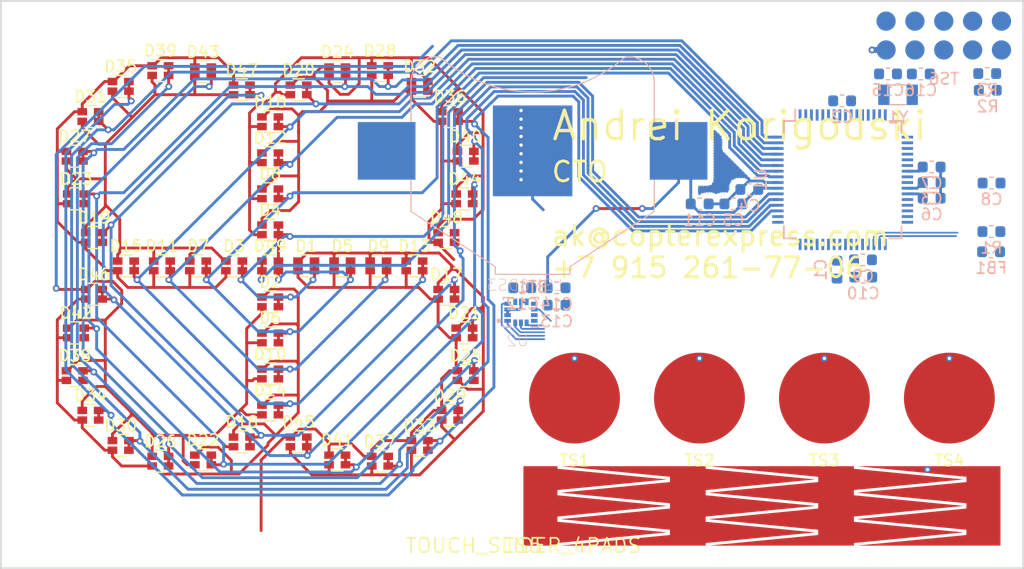
<source format=kicad_pcb>
(kicad_pcb (version 20171130) (host pcbnew 5.0.2+dfsg1-1~bpo9+1)
  (layers (0 F.Cu signal) (31 B.Cu signal) (34 B.Paste user hide) (35 F.Paste user) (36 B.SilkS user hide) (37 F.SilkS user hide) (38 B.Mask user hide) (39 F.Mask user hide) (44 Edge.Cuts user))
  (net 0 "")
  (net 1 LED_K0)
  (net 2 LED_K1)
  (net 3 LED_A0)
  (net 4 LED_K3)
  (net 5 LED_K2)
  (net 6 LED_K4)
  (net 7 LED_K5)
  (net 8 LED_K7)
  (net 9 LED_K6)
  (net 10 LED_K8)
  (net 11 LED_A1)
  (net 12 LED_A2)
  (net 13 LED_A3)
  (net 14 LED_A4)
  (net 15 LED_A5)
  (net 16 LED_A6)
  (net 17 LED_A7)
  (net 18 LED_A8)
  (net 19 VDD)
  (net 20 N$2)
  (net 21 MCU_AVDD)
  (net 22 GND)
  (net 23 N$7)
  (net 24 N$6)
  (net 25 N$13)
  (net 26 N$14)
  (net 27 N$5)
  (net 28 N$19)
  (net 29 N$20)
  (net 30 N$16)
  (net 31 N$15)
  (net 32 N$17)
  (net 33 N$18)
  (net 34 N$12)
  (net 35 N$11)
  (net 36 TOUCH_PAD0)
  (net 37 N$1)
  (net 38 TOUCH_PAD1)
  (net 39 TOUCH_PAD2)
  (net 40 TOUCH_PAD3)
  (net 41 N$21)
  (net 42 N$22)
  (net 43 N$23)
  (net 44 N$24)
  (net 45 N$8)
  (net 46 N$10)
  (net 47 N$9)
  (net 48 N$25)
  (net 49 N$26)
  (net 50 LED_K9)
  (net 51 LED_K10)
  (net 52 LED_K11)
  (module footprints:LED_DUAL_0606 (layer F.Cu) (at 126.884 103.351)
    (fp_text reference D1 (at 0 -1.75) (layer F.SilkS))
    (fp_text value LED_Dual_AACC)
    (pad 3 smd rect (at 0.725 -0.425) (size 0.85 0.65) (layers F.Cu F.Paste F.Mask) (net 1 LED_K0))
    (pad 4 smd rect (at 0.725 0.425) (size 0.85 0.65) (layers F.Cu F.Paste F.Mask) (net 1 LED_K0))
    (pad 2 smd rect (at -0.725 0.425) (size 0.85 0.65) (layers F.Cu F.Paste F.Mask) (net 11 LED_A1))
    (pad 1 smd rect (at -0.725 -0.425) (size 0.85 0.65) (layers F.Cu F.Paste F.Mask) (net 3 LED_A0))
  )
  (module footprints:LED_DUAL_0606 (layer F.Cu) (at 123.709 106.526)
    (fp_text reference D2 (at 0 -1.75) (layer F.SilkS))
    (fp_text value LED_Dual_AACC)
    (pad 3 smd rect (at 0.725 -0.425) (size 0.85 0.65) (layers F.Cu F.Paste F.Mask) (net 1 LED_K0))
    (pad 4 smd rect (at 0.725 0.425) (size 0.85 0.65) (layers F.Cu F.Paste F.Mask) (net 1 LED_K0))
    (pad 2 smd rect (at -0.725 0.425) (size 0.85 0.65) (layers F.Cu F.Paste F.Mask) (net 13 LED_A3))
    (pad 1 smd rect (at -0.725 -0.425) (size 0.85 0.65) (layers F.Cu F.Paste F.Mask) (net 12 LED_A2))
  )
  (module footprints:LED_DUAL_0606 (layer F.Cu) (at 120.534 103.351)
    (fp_text reference D3 (at 0 -1.75) (layer F.SilkS))
    (fp_text value LED_Dual_AACC)
    (pad 3 smd rect (at 0.725 -0.425) (size 0.85 0.65) (layers F.Cu F.Paste F.Mask) (net 1 LED_K0))
    (pad 4 smd rect (at 0.725 0.425) (size 0.85 0.65) (layers F.Cu F.Paste F.Mask) (net 1 LED_K0))
    (pad 2 smd rect (at -0.725 0.425) (size 0.85 0.65) (layers F.Cu F.Paste F.Mask) (net 15 LED_A5))
    (pad 1 smd rect (at -0.725 -0.425) (size 0.85 0.65) (layers F.Cu F.Paste F.Mask) (net 14 LED_A4))
  )
  (module footprints:LED_DUAL_0606 (layer F.Cu) (at 123.709 100.176)
    (fp_text reference D4 (at 0 -1.75) (layer F.SilkS))
    (fp_text value LED_Dual_AACC)
    (pad 3 smd rect (at 0.725 -0.425) (size 0.85 0.65) (layers F.Cu F.Paste F.Mask) (net 1 LED_K0))
    (pad 4 smd rect (at 0.725 0.425) (size 0.85 0.65) (layers F.Cu F.Paste F.Mask) (net 1 LED_K0))
    (pad 2 smd rect (at -0.725 0.425) (size 0.85 0.65) (layers F.Cu F.Paste F.Mask) (net 17 LED_A7))
    (pad 1 smd rect (at -0.725 -0.425) (size 0.85 0.65) (layers F.Cu F.Paste F.Mask) (net 16 LED_A6))
  )
  (module footprints:LED_DUAL_0606 (layer F.Cu) (at 130.059 103.351)
    (fp_text reference D5 (at 0 -1.75) (layer F.SilkS))
    (fp_text value LED_Dual_AACC)
    (pad 3 smd rect (at 0.725 -0.425) (size 0.85 0.65) (layers F.Cu F.Paste F.Mask) (net 2 LED_K1))
    (pad 4 smd rect (at 0.725 0.425) (size 0.85 0.65) (layers F.Cu F.Paste F.Mask) (net 2 LED_K1))
    (pad 2 smd rect (at -0.725 0.425) (size 0.85 0.65) (layers F.Cu F.Paste F.Mask) (net 11 LED_A1))
    (pad 1 smd rect (at -0.725 -0.425) (size 0.85 0.65) (layers F.Cu F.Paste F.Mask) (net 3 LED_A0))
  )
  (module footprints:LED_DUAL_0606 (layer F.Cu) (at 123.709 109.701)
    (fp_text reference D6 (at 0 -1.75) (layer F.SilkS))
    (fp_text value LED_Dual_AACC)
    (pad 3 smd rect (at 0.725 -0.425) (size 0.85 0.65) (layers F.Cu F.Paste F.Mask) (net 2 LED_K1))
    (pad 4 smd rect (at 0.725 0.425) (size 0.85 0.65) (layers F.Cu F.Paste F.Mask) (net 2 LED_K1))
    (pad 2 smd rect (at -0.725 0.425) (size 0.85 0.65) (layers F.Cu F.Paste F.Mask) (net 13 LED_A3))
    (pad 1 smd rect (at -0.725 -0.425) (size 0.85 0.65) (layers F.Cu F.Paste F.Mask) (net 12 LED_A2))
  )
  (module footprints:LED_DUAL_0606 (layer F.Cu) (at 117.359 103.351)
    (fp_text reference D7 (at 0 -1.75) (layer F.SilkS))
    (fp_text value LED_Dual_AACC)
    (pad 3 smd rect (at 0.725 -0.425) (size 0.85 0.65) (layers F.Cu F.Paste F.Mask) (net 2 LED_K1))
    (pad 4 smd rect (at 0.725 0.425) (size 0.85 0.65) (layers F.Cu F.Paste F.Mask) (net 2 LED_K1))
    (pad 2 smd rect (at -0.725 0.425) (size 0.85 0.65) (layers F.Cu F.Paste F.Mask) (net 15 LED_A5))
    (pad 1 smd rect (at -0.725 -0.425) (size 0.85 0.65) (layers F.Cu F.Paste F.Mask) (net 14 LED_A4))
  )
  (module footprints:LED_DUAL_0606 (layer F.Cu) (at 123.709 97.001)
    (fp_text reference D8 (at 0 -1.75) (layer F.SilkS))
    (fp_text value LED_Dual_AACC)
    (pad 3 smd rect (at 0.725 -0.425) (size 0.85 0.65) (layers F.Cu F.Paste F.Mask) (net 2 LED_K1))
    (pad 4 smd rect (at 0.725 0.425) (size 0.85 0.65) (layers F.Cu F.Paste F.Mask) (net 2 LED_K1))
    (pad 2 smd rect (at -0.725 0.425) (size 0.85 0.65) (layers F.Cu F.Paste F.Mask) (net 17 LED_A7))
    (pad 1 smd rect (at -0.725 -0.425) (size 0.85 0.65) (layers F.Cu F.Paste F.Mask) (net 16 LED_A6))
  )
  (module footprints:LED_DUAL_0606 (layer F.Cu) (at 133.234 103.351)
    (fp_text reference D9 (at 0 -1.75) (layer F.SilkS))
    (fp_text value LED_Dual_AACC)
    (pad 3 smd rect (at 0.725 -0.425) (size 0.85 0.65) (layers F.Cu F.Paste F.Mask) (net 5 LED_K2))
    (pad 4 smd rect (at 0.725 0.425) (size 0.85 0.65) (layers F.Cu F.Paste F.Mask) (net 5 LED_K2))
    (pad 2 smd rect (at -0.725 0.425) (size 0.85 0.65) (layers F.Cu F.Paste F.Mask) (net 11 LED_A1))
    (pad 1 smd rect (at -0.725 -0.425) (size 0.85 0.65) (layers F.Cu F.Paste F.Mask) (net 3 LED_A0))
  )
  (module footprints:LED_DUAL_0606 (layer F.Cu) (at 123.709 112.875999)
    (fp_text reference D10 (at 0 -1.75) (layer F.SilkS))
    (fp_text value LED_Dual_AACC)
    (pad 3 smd rect (at 0.725 -0.425) (size 0.85 0.65) (layers F.Cu F.Paste F.Mask) (net 5 LED_K2))
    (pad 4 smd rect (at 0.725 0.425) (size 0.85 0.65) (layers F.Cu F.Paste F.Mask) (net 5 LED_K2))
    (pad 2 smd rect (at -0.725 0.425) (size 0.85 0.65) (layers F.Cu F.Paste F.Mask) (net 13 LED_A3))
    (pad 1 smd rect (at -0.725 -0.425) (size 0.85 0.65) (layers F.Cu F.Paste F.Mask) (net 12 LED_A2))
  )
  (module footprints:LED_DUAL_0606 (layer F.Cu) (at 114.184 103.351)
    (fp_text reference D11 (at 0 -1.75) (layer F.SilkS))
    (fp_text value LED_Dual_AACC)
    (pad 3 smd rect (at 0.725 -0.425) (size 0.85 0.65) (layers F.Cu F.Paste F.Mask) (net 5 LED_K2))
    (pad 4 smd rect (at 0.725 0.425) (size 0.85 0.65) (layers F.Cu F.Paste F.Mask) (net 5 LED_K2))
    (pad 2 smd rect (at -0.725 0.425) (size 0.85 0.65) (layers F.Cu F.Paste F.Mask) (net 15 LED_A5))
    (pad 1 smd rect (at -0.725 -0.425) (size 0.85 0.65) (layers F.Cu F.Paste F.Mask) (net 14 LED_A4))
  )
  (module footprints:LED_DUAL_0606 (layer F.Cu) (at 123.709 93.826)
    (fp_text reference D12 (at 0 -1.75) (layer F.SilkS))
    (fp_text value LED_Dual_AACC)
    (pad 3 smd rect (at 0.725 -0.425) (size 0.85 0.65) (layers F.Cu F.Paste F.Mask) (net 5 LED_K2))
    (pad 4 smd rect (at 0.725 0.425) (size 0.85 0.65) (layers F.Cu F.Paste F.Mask) (net 5 LED_K2))
    (pad 2 smd rect (at -0.725 0.425) (size 0.85 0.65) (layers F.Cu F.Paste F.Mask) (net 17 LED_A7))
    (pad 1 smd rect (at -0.725 -0.425) (size 0.85 0.65) (layers F.Cu F.Paste F.Mask) (net 16 LED_A6))
  )
  (module footprints:LED_DUAL_0606 (layer F.Cu) (at 136.409 103.351)
    (fp_text reference D13 (at 0 -1.75) (layer F.SilkS))
    (fp_text value LED_Dual_AACC)
    (pad 3 smd rect (at 0.725 -0.425) (size 0.85 0.65) (layers F.Cu F.Paste F.Mask) (net 4 LED_K3))
    (pad 4 smd rect (at 0.725 0.425) (size 0.85 0.65) (layers F.Cu F.Paste F.Mask) (net 4 LED_K3))
    (pad 2 smd rect (at -0.725 0.425) (size 0.85 0.65) (layers F.Cu F.Paste F.Mask) (net 11 LED_A1))
    (pad 1 smd rect (at -0.725 -0.425) (size 0.85 0.65) (layers F.Cu F.Paste F.Mask) (net 3 LED_A0))
  )
  (module footprints:LED_DUAL_0606 (layer F.Cu) (at 123.709 116.051)
    (fp_text reference D14 (at 0 -1.75) (layer F.SilkS))
    (fp_text value LED_Dual_AACC)
    (pad 3 smd rect (at 0.725 -0.425) (size 0.85 0.65) (layers F.Cu F.Paste F.Mask) (net 4 LED_K3))
    (pad 4 smd rect (at 0.725 0.425) (size 0.85 0.65) (layers F.Cu F.Paste F.Mask) (net 4 LED_K3))
    (pad 2 smd rect (at -0.725 0.425) (size 0.85 0.65) (layers F.Cu F.Paste F.Mask) (net 13 LED_A3))
    (pad 1 smd rect (at -0.725 -0.425) (size 0.85 0.65) (layers F.Cu F.Paste F.Mask) (net 12 LED_A2))
  )
  (module footprints:LED_DUAL_0606 (layer F.Cu) (at 111.009 103.351)
    (fp_text reference D15 (at 0 -1.75) (layer F.SilkS))
    (fp_text value LED_Dual_AACC)
    (pad 3 smd rect (at 0.725 -0.425) (size 0.85 0.65) (layers F.Cu F.Paste F.Mask) (net 4 LED_K3))
    (pad 4 smd rect (at 0.725 0.425) (size 0.85 0.65) (layers F.Cu F.Paste F.Mask) (net 4 LED_K3))
    (pad 2 smd rect (at -0.725 0.425) (size 0.85 0.65) (layers F.Cu F.Paste F.Mask) (net 15 LED_A5))
    (pad 1 smd rect (at -0.725 -0.425) (size 0.85 0.65) (layers F.Cu F.Paste F.Mask) (net 14 LED_A4))
  )
  (module footprints:LED_DUAL_0606 (layer F.Cu) (at 123.709 90.651)
    (fp_text reference D16 (at 0 -1.75) (layer F.SilkS))
    (fp_text value LED_Dual_AACC)
    (pad 3 smd rect (at 0.725 -0.425) (size 0.85 0.65) (layers F.Cu F.Paste F.Mask) (net 4 LED_K3))
    (pad 4 smd rect (at 0.725 0.425) (size 0.85 0.65) (layers F.Cu F.Paste F.Mask) (net 4 LED_K3))
    (pad 2 smd rect (at -0.725 0.425) (size 0.85 0.65) (layers F.Cu F.Paste F.Mask) (net 17 LED_A7))
    (pad 1 smd rect (at -0.725 -0.425) (size 0.85 0.65) (layers F.Cu F.Paste F.Mask) (net 16 LED_A6))
  )
  (module footprints:LED_DUAL_0606 (layer F.Cu) (at 139.217852 105.850666)
    (fp_text reference D17 (at 0 -1.75) (layer F.SilkS))
    (fp_text value LED_Dual_AACC)
    (pad 3 smd rect (at 0.725 -0.425) (size 0.85 0.65) (layers F.Cu F.Paste F.Mask) (net 6 LED_K4))
    (pad 4 smd rect (at 0.725 0.425) (size 0.85 0.65) (layers F.Cu F.Paste F.Mask) (net 6 LED_K4))
    (pad 2 smd rect (at -0.725 0.425) (size 0.85 0.65) (layers F.Cu F.Paste F.Mask) (net 11 LED_A1))
    (pad 1 smd rect (at -0.725 -0.425) (size 0.85 0.65) (layers F.Cu F.Paste F.Mask) (net 3 LED_A0))
  )
  (module footprints:LED_DUAL_0606 (layer F.Cu) (at 121.209333 118.859852)
    (fp_text reference D18 (at 0 -1.75) (layer F.SilkS))
    (fp_text value LED_Dual_AACC)
    (pad 3 smd rect (at 0.725 -0.425) (size 0.85 0.65) (layers F.Cu F.Paste F.Mask) (net 6 LED_K4))
    (pad 4 smd rect (at 0.725 0.425) (size 0.85 0.65) (layers F.Cu F.Paste F.Mask) (net 6 LED_K4))
    (pad 2 smd rect (at -0.725 0.425) (size 0.85 0.65) (layers F.Cu F.Paste F.Mask) (net 13 LED_A3))
    (pad 1 smd rect (at -0.725 -0.425) (size 0.85 0.65) (layers F.Cu F.Paste F.Mask) (net 12 LED_A2))
  )
  (module footprints:LED_DUAL_0606 (layer F.Cu) (at 108.200147 100.851333)
    (fp_text reference D19 (at 0 -1.75) (layer F.SilkS))
    (fp_text value LED_Dual_AACC)
    (pad 3 smd rect (at 0.725 -0.425) (size 0.85 0.65) (layers F.Cu F.Paste F.Mask) (net 6 LED_K4))
    (pad 4 smd rect (at 0.725 0.425) (size 0.85 0.65) (layers F.Cu F.Paste F.Mask) (net 6 LED_K4))
    (pad 2 smd rect (at -0.725 0.425) (size 0.85 0.65) (layers F.Cu F.Paste F.Mask) (net 15 LED_A5))
    (pad 1 smd rect (at -0.725 -0.425) (size 0.85 0.65) (layers F.Cu F.Paste F.Mask) (net 14 LED_A4))
  )
  (module footprints:LED_DUAL_0606 (layer F.Cu) (at 126.208666 87.842147)
    (fp_text reference D20 (at 0 -1.75) (layer F.SilkS))
    (fp_text value LED_Dual_AACC)
    (pad 3 smd rect (at 0.725 -0.425) (size 0.85 0.65) (layers F.Cu F.Paste F.Mask) (net 6 LED_K4))
    (pad 4 smd rect (at 0.725 0.425) (size 0.85 0.65) (layers F.Cu F.Paste F.Mask) (net 6 LED_K4))
    (pad 2 smd rect (at -0.725 0.425) (size 0.85 0.65) (layers F.Cu F.Paste F.Mask) (net 17 LED_A7))
    (pad 1 smd rect (at -0.725 -0.425) (size 0.85 0.65) (layers F.Cu F.Paste F.Mask) (net 16 LED_A6))
  )
  (module footprints:LED_DUAL_0606 (layer F.Cu) (at 140.806919 109.258431)
    (fp_text reference D21 (at 0 -1.75) (layer F.SilkS))
    (fp_text value LED_Dual_AACC)
    (pad 3 smd rect (at 0.725 -0.425) (size 0.85 0.65) (layers F.Cu F.Paste F.Mask) (net 7 LED_K5))
    (pad 4 smd rect (at 0.725 0.425) (size 0.85 0.65) (layers F.Cu F.Paste F.Mask) (net 7 LED_K5))
    (pad 2 smd rect (at -0.725 0.425) (size 0.85 0.65) (layers F.Cu F.Paste F.Mask) (net 11 LED_A1))
    (pad 1 smd rect (at -0.725 -0.425) (size 0.85 0.65) (layers F.Cu F.Paste F.Mask) (net 3 LED_A0))
  )
  (module footprints:LED_DUAL_0606 (layer F.Cu) (at 117.801568 120.448919)
    (fp_text reference D22 (at 0 -1.75) (layer F.SilkS))
    (fp_text value LED_Dual_AACC)
    (pad 3 smd rect (at 0.725 -0.425) (size 0.85 0.65) (layers F.Cu F.Paste F.Mask) (net 7 LED_K5))
    (pad 4 smd rect (at 0.725 0.425) (size 0.85 0.65) (layers F.Cu F.Paste F.Mask) (net 7 LED_K5))
    (pad 2 smd rect (at -0.725 0.425) (size 0.85 0.65) (layers F.Cu F.Paste F.Mask) (net 13 LED_A3))
    (pad 1 smd rect (at -0.725 -0.425) (size 0.85 0.65) (layers F.Cu F.Paste F.Mask) (net 12 LED_A2))
  )
  (module footprints:LED_DUAL_0606 (layer F.Cu) (at 106.61108 97.443568)
    (fp_text reference D23 (at 0 -1.75) (layer F.SilkS))
    (fp_text value LED_Dual_AACC)
    (pad 3 smd rect (at 0.725 -0.425) (size 0.85 0.65) (layers F.Cu F.Paste F.Mask) (net 7 LED_K5))
    (pad 4 smd rect (at 0.725 0.425) (size 0.85 0.65) (layers F.Cu F.Paste F.Mask) (net 7 LED_K5))
    (pad 2 smd rect (at -0.725 0.425) (size 0.85 0.65) (layers F.Cu F.Paste F.Mask) (net 15 LED_A5))
    (pad 1 smd rect (at -0.725 -0.425) (size 0.85 0.65) (layers F.Cu F.Paste F.Mask) (net 14 LED_A4))
  )
  (module footprints:LED_DUAL_0606 (layer F.Cu) (at 129.616431 86.25308)
    (fp_text reference D24 (at 0 -1.75) (layer F.SilkS))
    (fp_text value LED_Dual_AACC)
    (pad 3 smd rect (at 0.725 -0.425) (size 0.85 0.65) (layers F.Cu F.Paste F.Mask) (net 7 LED_K5))
    (pad 4 smd rect (at 0.725 0.425) (size 0.85 0.65) (layers F.Cu F.Paste F.Mask) (net 7 LED_K5))
    (pad 2 smd rect (at -0.725 0.425) (size 0.85 0.65) (layers F.Cu F.Paste F.Mask) (net 17 LED_A7))
    (pad 1 smd rect (at -0.725 -0.425) (size 0.85 0.65) (layers F.Cu F.Paste F.Mask) (net 16 LED_A6))
  )
  (module footprints:LED_DUAL_0606 (layer F.Cu) (at 140.916279 113.016892)
    (fp_text reference D25 (at 0 -1.75) (layer F.SilkS))
    (fp_text value LED_Dual_AACC)
    (pad 3 smd rect (at 0.725 -0.425) (size 0.85 0.65) (layers F.Cu F.Paste F.Mask) (net 9 LED_K6))
    (pad 4 smd rect (at 0.725 0.425) (size 0.85 0.65) (layers F.Cu F.Paste F.Mask) (net 9 LED_K6))
    (pad 2 smd rect (at -0.725 0.425) (size 0.85 0.65) (layers F.Cu F.Paste F.Mask) (net 3 LED_A0))
    (pad 1 smd rect (at -0.725 -0.425) (size 0.85 0.65) (layers F.Cu F.Paste F.Mask) (net 11 LED_A1))
  )
  (module footprints:LED_DUAL_0606 (layer F.Cu) (at 114.043107 120.558279)
    (fp_text reference D26 (at 0 -1.75) (layer F.SilkS))
    (fp_text value LED_Dual_AACC)
    (pad 3 smd rect (at 0.725 -0.425) (size 0.85 0.65) (layers F.Cu F.Paste F.Mask) (net 9 LED_K6))
    (pad 4 smd rect (at 0.725 0.425) (size 0.85 0.65) (layers F.Cu F.Paste F.Mask) (net 9 LED_K6))
    (pad 2 smd rect (at -0.725 0.425) (size 0.85 0.65) (layers F.Cu F.Paste F.Mask) (net 12 LED_A2))
    (pad 1 smd rect (at -0.725 -0.425) (size 0.85 0.65) (layers F.Cu F.Paste F.Mask) (net 13 LED_A3))
  )
  (module footprints:LED_DUAL_0606 (layer F.Cu) (at 106.50172 93.685107)
    (fp_text reference D27 (at 0 -1.75) (layer F.SilkS))
    (fp_text value LED_Dual_AACC)
    (pad 3 smd rect (at 0.725 -0.425) (size 0.85 0.65) (layers F.Cu F.Paste F.Mask) (net 9 LED_K6))
    (pad 4 smd rect (at 0.725 0.425) (size 0.85 0.65) (layers F.Cu F.Paste F.Mask) (net 9 LED_K6))
    (pad 2 smd rect (at -0.725 0.425) (size 0.85 0.65) (layers F.Cu F.Paste F.Mask) (net 14 LED_A4))
    (pad 1 smd rect (at -0.725 -0.425) (size 0.85 0.65) (layers F.Cu F.Paste F.Mask) (net 15 LED_A5))
  )
  (module footprints:LED_DUAL_0606 (layer F.Cu) (at 133.374892 86.14372)
    (fp_text reference D28 (at 0 -1.75) (layer F.SilkS))
    (fp_text value LED_Dual_AACC)
    (pad 3 smd rect (at 0.725 -0.425) (size 0.85 0.65) (layers F.Cu F.Paste F.Mask) (net 9 LED_K6))
    (pad 4 smd rect (at 0.725 0.425) (size 0.85 0.65) (layers F.Cu F.Paste F.Mask) (net 9 LED_K6))
    (pad 2 smd rect (at -0.725 0.425) (size 0.85 0.65) (layers F.Cu F.Paste F.Mask) (net 16 LED_A6))
    (pad 1 smd rect (at -0.725 -0.425) (size 0.85 0.65) (layers F.Cu F.Paste F.Mask) (net 17 LED_A7))
  )
  (module footprints:LED_DUAL_0606 (layer F.Cu) (at 139.528045 116.511287)
    (fp_text reference D29 (at 0 -1.75) (layer F.SilkS))
    (fp_text value LED_Dual_AACC)
    (pad 3 smd rect (at 0.725 -0.425) (size 0.85 0.65) (layers F.Cu F.Paste F.Mask) (net 8 LED_K7))
    (pad 4 smd rect (at 0.725 0.425) (size 0.85 0.65) (layers F.Cu F.Paste F.Mask) (net 8 LED_K7))
    (pad 2 smd rect (at -0.725 0.425) (size 0.85 0.65) (layers F.Cu F.Paste F.Mask) (net 3 LED_A0))
    (pad 1 smd rect (at -0.725 -0.425) (size 0.85 0.65) (layers F.Cu F.Paste F.Mask) (net 11 LED_A1))
  )
  (module footprints:LED_DUAL_0606 (layer F.Cu) (at 110.548712 119.170045)
    (fp_text reference D30 (at 0 -1.75) (layer F.SilkS))
    (fp_text value LED_Dual_AACC)
    (pad 3 smd rect (at 0.725 -0.425) (size 0.85 0.65) (layers F.Cu F.Paste F.Mask) (net 8 LED_K7))
    (pad 4 smd rect (at 0.725 0.425) (size 0.85 0.65) (layers F.Cu F.Paste F.Mask) (net 8 LED_K7))
    (pad 2 smd rect (at -0.725 0.425) (size 0.85 0.65) (layers F.Cu F.Paste F.Mask) (net 12 LED_A2))
    (pad 1 smd rect (at -0.725 -0.425) (size 0.85 0.65) (layers F.Cu F.Paste F.Mask) (net 13 LED_A3))
  )
  (module footprints:LED_DUAL_0606 (layer F.Cu) (at 107.889954 90.190712)
    (fp_text reference D31 (at 0 -1.75) (layer F.SilkS))
    (fp_text value LED_Dual_AACC)
    (pad 3 smd rect (at 0.725 -0.425) (size 0.85 0.65) (layers F.Cu F.Paste F.Mask) (net 8 LED_K7))
    (pad 4 smd rect (at 0.725 0.425) (size 0.85 0.65) (layers F.Cu F.Paste F.Mask) (net 8 LED_K7))
    (pad 2 smd rect (at -0.725 0.425) (size 0.85 0.65) (layers F.Cu F.Paste F.Mask) (net 14 LED_A4))
    (pad 1 smd rect (at -0.725 -0.425) (size 0.85 0.65) (layers F.Cu F.Paste F.Mask) (net 15 LED_A5))
  )
  (module footprints:LED_DUAL_0606 (layer F.Cu) (at 136.869287 87.531954)
    (fp_text reference D32 (at 0 -1.75) (layer F.SilkS))
    (fp_text value LED_Dual_AACC)
    (pad 3 smd rect (at 0.725 -0.425) (size 0.85 0.65) (layers F.Cu F.Paste F.Mask) (net 8 LED_K7))
    (pad 4 smd rect (at 0.725 0.425) (size 0.85 0.65) (layers F.Cu F.Paste F.Mask) (net 8 LED_K7))
    (pad 2 smd rect (at -0.725 0.425) (size 0.85 0.65) (layers F.Cu F.Paste F.Mask) (net 16 LED_A6))
    (pad 1 smd rect (at -0.725 -0.425) (size 0.85 0.65) (layers F.Cu F.Paste F.Mask) (net 17 LED_A7))
  )
  (module footprints:LED_DUAL_0606 (layer F.Cu) (at 136.869287 119.170045)
    (fp_text reference D33 (at 0 -1.75) (layer F.SilkS))
    (fp_text value LED_Dual_AACC)
    (pad 3 smd rect (at 0.725 -0.425) (size 0.85 0.65) (layers F.Cu F.Paste F.Mask) (net 10 LED_K8))
    (pad 4 smd rect (at 0.725 0.425) (size 0.85 0.65) (layers F.Cu F.Paste F.Mask) (net 10 LED_K8))
    (pad 2 smd rect (at -0.725 0.425) (size 0.85 0.65) (layers F.Cu F.Paste F.Mask) (net 3 LED_A0))
    (pad 1 smd rect (at -0.725 -0.425) (size 0.85 0.65) (layers F.Cu F.Paste F.Mask) (net 11 LED_A1))
  )
  (module footprints:LED_DUAL_0606 (layer F.Cu) (at 107.889954 116.511287)
    (fp_text reference D34 (at 0 -1.75) (layer F.SilkS))
    (fp_text value LED_Dual_AACC)
    (pad 3 smd rect (at 0.725 -0.425) (size 0.85 0.65) (layers F.Cu F.Paste F.Mask) (net 10 LED_K8))
    (pad 4 smd rect (at 0.725 0.425) (size 0.85 0.65) (layers F.Cu F.Paste F.Mask) (net 10 LED_K8))
    (pad 2 smd rect (at -0.725 0.425) (size 0.85 0.65) (layers F.Cu F.Paste F.Mask) (net 12 LED_A2))
    (pad 1 smd rect (at -0.725 -0.425) (size 0.85 0.65) (layers F.Cu F.Paste F.Mask) (net 13 LED_A3))
  )
  (module footprints:LED_DUAL_0606 (layer F.Cu) (at 110.548712 87.531954)
    (fp_text reference D35 (at 0 -1.75) (layer F.SilkS))
    (fp_text value LED_Dual_AACC)
    (pad 3 smd rect (at 0.725 -0.425) (size 0.85 0.65) (layers F.Cu F.Paste F.Mask) (net 10 LED_K8))
    (pad 4 smd rect (at 0.725 0.425) (size 0.85 0.65) (layers F.Cu F.Paste F.Mask) (net 10 LED_K8))
    (pad 2 smd rect (at -0.725 0.425) (size 0.85 0.65) (layers F.Cu F.Paste F.Mask) (net 14 LED_A4))
    (pad 1 smd rect (at -0.725 -0.425) (size 0.85 0.65) (layers F.Cu F.Paste F.Mask) (net 15 LED_A5))
  )
  (module footprints:LED_DUAL_0606 (layer F.Cu) (at 139.528045 90.190712)
    (fp_text reference D36 (at 0 -1.75) (layer F.SilkS))
    (fp_text value LED_Dual_AACC)
    (pad 3 smd rect (at 0.725 -0.425) (size 0.85 0.65) (layers F.Cu F.Paste F.Mask) (net 10 LED_K8))
    (pad 4 smd rect (at 0.725 0.425) (size 0.85 0.65) (layers F.Cu F.Paste F.Mask) (net 10 LED_K8))
    (pad 2 smd rect (at -0.725 0.425) (size 0.85 0.65) (layers F.Cu F.Paste F.Mask) (net 16 LED_A6))
    (pad 1 smd rect (at -0.725 -0.425) (size 0.85 0.65) (layers F.Cu F.Paste F.Mask) (net 17 LED_A7))
  )
  (module footprints:LED_DUAL_0606 (layer F.Cu) (at 133.374892 120.558279)
    (fp_text reference D37 (at 0 -1.75) (layer F.SilkS))
    (fp_text value LED_Dual_AACC)
    (pad 3 smd rect (at 0.725 -0.425) (size 0.85 0.65) (layers F.Cu F.Paste F.Mask) (net 50 LED_K9))
    (pad 4 smd rect (at 0.725 0.425) (size 0.85 0.65) (layers F.Cu F.Paste F.Mask) (net 50 LED_K9))
    (pad 2 smd rect (at -0.725 0.425) (size 0.85 0.65) (layers F.Cu F.Paste F.Mask) (net 3 LED_A0))
    (pad 1 smd rect (at -0.725 -0.425) (size 0.85 0.65) (layers F.Cu F.Paste F.Mask) (net 11 LED_A1))
  )
  (module footprints:LED_DUAL_0606 (layer F.Cu) (at 106.50172 113.016892)
    (fp_text reference D38 (at 0 -1.75) (layer F.SilkS))
    (fp_text value LED_Dual_AACC)
    (pad 3 smd rect (at 0.725 -0.425) (size 0.85 0.65) (layers F.Cu F.Paste F.Mask) (net 50 LED_K9))
    (pad 4 smd rect (at 0.725 0.425) (size 0.85 0.65) (layers F.Cu F.Paste F.Mask) (net 50 LED_K9))
    (pad 2 smd rect (at -0.725 0.425) (size 0.85 0.65) (layers F.Cu F.Paste F.Mask) (net 12 LED_A2))
    (pad 1 smd rect (at -0.725 -0.425) (size 0.85 0.65) (layers F.Cu F.Paste F.Mask) (net 13 LED_A3))
  )
  (module footprints:LED_DUAL_0606 (layer F.Cu) (at 114.043107 86.14372)
    (fp_text reference D39 (at 0 -1.75) (layer F.SilkS))
    (fp_text value LED_Dual_AACC)
    (pad 3 smd rect (at 0.725 -0.425) (size 0.85 0.65) (layers F.Cu F.Paste F.Mask) (net 50 LED_K9))
    (pad 4 smd rect (at 0.725 0.425) (size 0.85 0.65) (layers F.Cu F.Paste F.Mask) (net 50 LED_K9))
    (pad 2 smd rect (at -0.725 0.425) (size 0.85 0.65) (layers F.Cu F.Paste F.Mask) (net 14 LED_A4))
    (pad 1 smd rect (at -0.725 -0.425) (size 0.85 0.65) (layers F.Cu F.Paste F.Mask) (net 15 LED_A5))
  )
  (module footprints:LED_DUAL_0606 (layer F.Cu) (at 140.916279 93.685107)
    (fp_text reference D40 (at 0 -1.75) (layer F.SilkS))
    (fp_text value LED_Dual_AACC)
    (pad 3 smd rect (at 0.725 -0.425) (size 0.85 0.65) (layers F.Cu F.Paste F.Mask) (net 50 LED_K9))
    (pad 4 smd rect (at 0.725 0.425) (size 0.85 0.65) (layers F.Cu F.Paste F.Mask) (net 50 LED_K9))
    (pad 2 smd rect (at -0.725 0.425) (size 0.85 0.65) (layers F.Cu F.Paste F.Mask) (net 16 LED_A6))
    (pad 1 smd rect (at -0.725 -0.425) (size 0.85 0.65) (layers F.Cu F.Paste F.Mask) (net 17 LED_A7))
  )
  (module footprints:LED_DUAL_0606 (layer F.Cu) (at 129.616431 120.448919)
    (fp_text reference D41 (at 0 -1.75) (layer F.SilkS))
    (fp_text value LED_Dual_AACC)
    (pad 3 smd rect (at 0.725 -0.425) (size 0.85 0.65) (layers F.Cu F.Paste F.Mask) (net 51 LED_K10))
    (pad 4 smd rect (at 0.725 0.425) (size 0.85 0.65) (layers F.Cu F.Paste F.Mask) (net 51 LED_K10))
    (pad 2 smd rect (at -0.725 0.425) (size 0.85 0.65) (layers F.Cu F.Paste F.Mask) (net 3 LED_A0))
    (pad 1 smd rect (at -0.725 -0.425) (size 0.85 0.65) (layers F.Cu F.Paste F.Mask) (net 11 LED_A1))
  )
  (module footprints:LED_DUAL_0606 (layer F.Cu) (at 106.61108 109.258431)
    (fp_text reference D42 (at 0 -1.75) (layer F.SilkS))
    (fp_text value LED_Dual_AACC)
    (pad 3 smd rect (at 0.725 -0.425) (size 0.85 0.65) (layers F.Cu F.Paste F.Mask) (net 51 LED_K10))
    (pad 4 smd rect (at 0.725 0.425) (size 0.85 0.65) (layers F.Cu F.Paste F.Mask) (net 51 LED_K10))
    (pad 2 smd rect (at -0.725 0.425) (size 0.85 0.65) (layers F.Cu F.Paste F.Mask) (net 12 LED_A2))
    (pad 1 smd rect (at -0.725 -0.425) (size 0.85 0.65) (layers F.Cu F.Paste F.Mask) (net 13 LED_A3))
  )
  (module footprints:LED_DUAL_0606 (layer F.Cu) (at 117.801568 86.25308)
    (fp_text reference D43 (at 0 -1.75) (layer F.SilkS))
    (fp_text value LED_Dual_AACC)
    (pad 3 smd rect (at 0.725 -0.425) (size 0.85 0.65) (layers F.Cu F.Paste F.Mask) (net 51 LED_K10))
    (pad 4 smd rect (at 0.725 0.425) (size 0.85 0.65) (layers F.Cu F.Paste F.Mask) (net 51 LED_K10))
    (pad 2 smd rect (at -0.725 0.425) (size 0.85 0.65) (layers F.Cu F.Paste F.Mask) (net 14 LED_A4))
    (pad 1 smd rect (at -0.725 -0.425) (size 0.85 0.65) (layers F.Cu F.Paste F.Mask) (net 15 LED_A5))
  )
  (module footprints:LED_DUAL_0606 (layer F.Cu) (at 140.806919 97.443568)
    (fp_text reference D44 (at 0 -1.75) (layer F.SilkS))
    (fp_text value LED_Dual_AACC)
    (pad 3 smd rect (at 0.725 -0.425) (size 0.85 0.65) (layers F.Cu F.Paste F.Mask) (net 51 LED_K10))
    (pad 4 smd rect (at 0.725 0.425) (size 0.85 0.65) (layers F.Cu F.Paste F.Mask) (net 51 LED_K10))
    (pad 2 smd rect (at -0.725 0.425) (size 0.85 0.65) (layers F.Cu F.Paste F.Mask) (net 16 LED_A6))
    (pad 1 smd rect (at -0.725 -0.425) (size 0.85 0.65) (layers F.Cu F.Paste F.Mask) (net 17 LED_A7))
  )
  (module footprints:LED_DUAL_0606 (layer F.Cu) (at 126.208666 118.859852)
    (fp_text reference D45 (at 0 -1.75) (layer F.SilkS))
    (fp_text value LED_Dual_AACC)
    (pad 3 smd rect (at 0.725 -0.425) (size 0.85 0.65) (layers F.Cu F.Paste F.Mask) (net 52 LED_K11))
    (pad 4 smd rect (at 0.725 0.425) (size 0.85 0.65) (layers F.Cu F.Paste F.Mask) (net 52 LED_K11))
    (pad 2 smd rect (at -0.725 0.425) (size 0.85 0.65) (layers F.Cu F.Paste F.Mask) (net 3 LED_A0))
    (pad 1 smd rect (at -0.725 -0.425) (size 0.85 0.65) (layers F.Cu F.Paste F.Mask) (net 11 LED_A1))
  )
  (module footprints:LED_DUAL_0606 (layer F.Cu) (at 108.200147 105.850666)
    (fp_text reference D46 (at 0 -1.75) (layer F.SilkS))
    (fp_text value LED_Dual_AACC)
    (pad 3 smd rect (at 0.725 -0.425) (size 0.85 0.65) (layers F.Cu F.Paste F.Mask) (net 52 LED_K11))
    (pad 4 smd rect (at 0.725 0.425) (size 0.85 0.65) (layers F.Cu F.Paste F.Mask) (net 52 LED_K11))
    (pad 2 smd rect (at -0.725 0.425) (size 0.85 0.65) (layers F.Cu F.Paste F.Mask) (net 12 LED_A2))
    (pad 1 smd rect (at -0.725 -0.425) (size 0.85 0.65) (layers F.Cu F.Paste F.Mask) (net 13 LED_A3))
  )
  (module footprints:LED_DUAL_0606 (layer F.Cu) (at 121.209333 87.842147)
    (fp_text reference D47 (at 0 -1.75) (layer F.SilkS))
    (fp_text value LED_Dual_AACC)
    (pad 3 smd rect (at 0.725 -0.425) (size 0.85 0.65) (layers F.Cu F.Paste F.Mask) (net 52 LED_K11))
    (pad 4 smd rect (at 0.725 0.425) (size 0.85 0.65) (layers F.Cu F.Paste F.Mask) (net 52 LED_K11))
    (pad 2 smd rect (at -0.725 0.425) (size 0.85 0.65) (layers F.Cu F.Paste F.Mask) (net 14 LED_A4))
    (pad 1 smd rect (at -0.725 -0.425) (size 0.85 0.65) (layers F.Cu F.Paste F.Mask) (net 15 LED_A5))
  )
  (module footprints:LED_DUAL_0606 (layer F.Cu) (at 139.217852 100.851333)
    (fp_text reference D48 (at 0 -1.75) (layer F.SilkS))
    (fp_text value LED_Dual_AACC)
    (pad 3 smd rect (at 0.725 -0.425) (size 0.85 0.65) (layers F.Cu F.Paste F.Mask) (net 52 LED_K11))
    (pad 4 smd rect (at 0.725 0.425) (size 0.85 0.65) (layers F.Cu F.Paste F.Mask) (net 52 LED_K11))
    (pad 2 smd rect (at -0.725 0.425) (size 0.85 0.65) (layers F.Cu F.Paste F.Mask) (net 16 LED_A6))
    (pad 1 smd rect (at -0.725 -0.425) (size 0.85 0.65) (layers F.Cu F.Paste F.Mask) (net 17 LED_A7))
  )
  (module footprints:LED_DUAL_0606 (layer F.Cu) (at 123.709 103.351)
    (fp_text reference D49 (at 0 -1.75) (layer F.SilkS))
    (fp_text value LED_Dual_AACC)
    (pad 3 smd rect (at 0.725 -0.425) (size 0.85 0.65) (layers F.Cu F.Paste F.Mask) (net 1 LED_K0))
    (pad 4 smd rect (at 0.725 0.425) (size 0.85 0.65) (layers F.Cu F.Paste F.Mask) (net 2 LED_K1))
    (pad 2 smd rect (at -0.725 0.425) (size 0.85 0.65) (layers F.Cu F.Paste F.Mask) (net 18 LED_A8))
    (pad 1 smd rect (at -0.725 -0.425) (size 0.85 0.65) (layers F.Cu F.Paste F.Mask) (net 18 LED_A8))
  )
  (module Inductor_SMD:L_0603_1608Metric (layer B.Cu) (at 187.1725 102.108)
    (fp_text reference FB1 (at 0 1.43) (layer B.SilkS) (effects (justify mirror)))
    (fp_text value Ferrite_Bead_Small)
    (pad 2 smd roundrect (at 0.7875 0) (size 0.875 0.95) (layers B.Cu B.Paste B.Mask) (net 20 N$2))
    (pad 1 smd roundrect (at -0.7875 0) (size 0.875 0.95) (layers B.Cu B.Paste B.Mask) (net 19 VDD))
  )
  (module Resistor_SMD:R_0603_1608Metric (layer B.Cu) (at 187.1979 100.33)
    (fp_text reference R1 (at 0 1.43) (layer B.SilkS) (effects (justify mirror)))
    (fp_text value 1)
    (pad 2 smd roundrect (at 0.7875 0) (size 0.875 0.95) (layers B.Cu B.Paste B.Mask) (net 21 MCU_AVDD))
    (pad 1 smd roundrect (at -0.7875 0) (size 0.875 0.95) (layers B.Cu B.Paste B.Mask) (net 20 N$2))
  )
  (module Package_QFP:LQFP-64_10x10mm_P0.5mm (layer B.Cu) (at 174.10708 95.75756 270)
    (fp_text reference U1 (at 0 7.2 270) (layer B.SilkS) (effects (justify mirror)))
    (fp_text value EFM32LG232F64)
    (pad 64 smd rect (at -3.75 5.7 180) (size 1 0.25) (layers B.Cu B.Paste B.Mask) (net 8 LED_K7))
    (pad 63 smd rect (at -3.25 5.7 180) (size 1 0.25) (layers B.Cu B.Paste B.Mask) (net 9 LED_K6))
    (pad 62 smd rect (at -2.75 5.7 180) (size 1 0.25) (layers B.Cu B.Paste B.Mask) (net 7 LED_K5))
    (pad 61 smd rect (at -2.25 5.7 180) (size 1 0.25) (layers B.Cu B.Paste B.Mask) (net 6 LED_K4))
    (pad 60 smd rect (at -1.75 5.7 180) (size 1 0.25) (layers B.Cu B.Paste B.Mask) (net 4 LED_K3))
    (pad 59 smd rect (at -1.25 5.7 180) (size 1 0.25) (layers B.Cu B.Paste B.Mask) (net 5 LED_K2))
    (pad 58 smd rect (at -0.75 5.7 180) (size 1 0.25) (layers B.Cu B.Paste B.Mask) (net 2 LED_K1))
    (pad 57 smd rect (at -0.25 5.7 180) (size 1 0.25) (layers B.Cu B.Paste B.Mask) (net 1 LED_K0))
    (pad 56 smd rect (at 0.25 5.7 180) (size 1 0.25) (layers B.Cu B.Paste B.Mask) (net 22 GND))
    (pad 55 smd rect (at 0.75 5.7 180) (size 1 0.25) (layers B.Cu B.Paste B.Mask) (net 19 VDD))
    (pad 54 smd rect (at 1.25 5.7 180) (size 1 0.25) (layers B.Cu B.Paste B.Mask) (net 52 LED_K11))
    (pad 53 smd rect (at 1.75 5.7 180) (size 1 0.25) (layers B.Cu B.Paste B.Mask) (net 51 LED_K10))
    (pad 52 smd rect (at 2.25 5.7 180) (size 1 0.25) (layers B.Cu B.Paste B.Mask) (net 50 LED_K9))
    (pad 51 smd rect (at 2.75 5.7 180) (size 1 0.25) (layers B.Cu B.Paste B.Mask) (net 10 LED_K8))
    (pad 50 smd rect (at 3.25 5.7 180) (size 1 0.25) (layers B.Cu B.Paste B.Mask) (net 47 N$9))
    (pad 49 smd rect (at 3.75 5.7 180) (size 1 0.25) (layers B.Cu B.Paste B.Mask) (net 46 N$10))
    (pad 48 smd rect (at 5.7 3.75 270) (size 1 0.25) (layers B.Cu B.Paste B.Mask) (net 45 N$8))
    (pad 47 smd rect (at 5.7 3.25 270) (size 1 0.25) (layers B.Cu B.Paste B.Mask) (net 41 N$21))
    (pad 46 smd rect (at 5.7 2.75 270) (size 1 0.25) (layers B.Cu B.Paste B.Mask) (net 42 N$22))
    (pad 45 smd rect (at 5.7 2.25 270) (size 1 0.25) (layers B.Cu B.Paste B.Mask) (net 43 N$23))
    (pad 44 smd rect (at 5.7 1.75 270) (size 1 0.25) (layers B.Cu B.Paste B.Mask) (net 44 N$24))
    (pad 43 smd rect (at 5.7 1.25 270) (size 1 0.25) (layers B.Cu B.Paste B.Mask) (net 40 TOUCH_PAD3))
    (pad 42 smd rect (at 5.7 0.75 270) (size 1 0.25) (layers B.Cu B.Paste B.Mask) (net 39 TOUCH_PAD2))
    (pad 41 smd rect (at 5.7 0.25 270) (size 1 0.25) (layers B.Cu B.Paste B.Mask) (net 38 TOUCH_PAD1))
    (pad 40 smd rect (at 5.7 -0.25 270) (size 1 0.25) (layers B.Cu B.Paste B.Mask) (net 37 N$1))
    (pad 39 smd rect (at 5.7 -0.75 270) (size 1 0.25) (layers B.Cu B.Paste B.Mask) (net 19 VDD))
    (pad 38 smd rect (at 5.7 -1.25 270) (size 1 0.25) (layers B.Cu B.Paste B.Mask) (net 22 GND))
    (pad 37 smd rect (at 5.7 -1.75 270) (size 1 0.25) (layers B.Cu B.Paste B.Mask) (net 36 TOUCH_PAD0))
    (pad 36 smd rect (at 5.7 -2.25 270) (size 1 0.25) (layers B.Cu B.Paste B.Mask) (net 22 GND))
    (pad 35 smd rect (at 5.7 -2.75 270) (size 1 0.25) (layers B.Cu B.Paste B.Mask) (net 35 N$11))
    (pad 34 smd rect (at 5.7 -3.25 270) (size 1 0.25) (layers B.Cu B.Paste B.Mask) (net 34 N$12))
    (pad 33 smd rect (at 5.7 -3.75 270) (size 1 0.25) (layers B.Cu B.Paste B.Mask) (net 22 GND))
    (pad 32 smd rect (at 3.75 -5.7 180) (size 1 0.25) (layers B.Cu B.Paste B.Mask) (net 22 GND))
    (pad 31 smd rect (at 3.25 -5.7 180) (size 1 0.25) (layers B.Cu B.Paste B.Mask) (net 30 N$16))
    (pad 30 smd rect (at 2.75 -5.7 180) (size 1 0.25) (layers B.Cu B.Paste B.Mask) (net 31 N$15))
    (pad 29 smd rect (at 2.25 -5.7 180) (size 1 0.25) (layers B.Cu B.Paste B.Mask) (net 25 N$13))
    (pad 28 smd rect (at 1.75 -5.7 180) (size 1 0.25) (layers B.Cu B.Paste B.Mask) (net 26 N$14))
    (pad 27 smd rect (at 1.25 -5.7 180) (size 1 0.25) (layers B.Cu B.Paste B.Mask) (net 21 MCU_AVDD))
    (pad 26 smd rect (at 0.75 -5.7 180) (size 1 0.25) (layers B.Cu B.Paste B.Mask) (net 19 VDD))
    (pad 25 smd rect (at 0.25 -5.7 180) (size 1 0.25) (layers B.Cu B.Paste B.Mask) (net 33 N$18))
    (pad 24 smd rect (at -0.25 -5.7 180) (size 1 0.25) (layers B.Cu B.Paste B.Mask) (net 32 N$17))
    (pad 23 smd rect (at -0.75 -5.7 180) (size 1 0.25) (layers B.Cu B.Paste B.Mask) (net 21 MCU_AVDD))
    (pad 22 smd rect (at -1.25 -5.7 180) (size 1 0.25) (layers B.Cu B.Paste B.Mask) (net 22 GND))
    (pad 21 smd rect (at -1.75 -5.7 180) (size 1 0.25) (layers B.Cu B.Paste B.Mask) (net 22 GND))
    (pad 20 smd rect (at -2.25 -5.7 180) (size 1 0.25) (layers B.Cu B.Paste B.Mask) (net 27 N$5))
    (pad 19 smd rect (at -2.75 -5.7 180) (size 1 0.25) (layers B.Cu B.Paste B.Mask) (net 18 LED_A8))
    (pad 18 smd rect (at -3.25 -5.7 180) (size 1 0.25) (layers B.Cu B.Paste B.Mask) (net 17 LED_A7))
    (pad 17 smd rect (at -3.75 -5.7 180) (size 1 0.25) (layers B.Cu B.Paste B.Mask) (net 16 LED_A6))
    (pad 16 smd rect (at -5.7 -3.75 270) (size 1 0.25) (layers B.Cu B.Paste B.Mask) (net 29 N$20))
    (pad 15 smd rect (at -5.7 -3.25 270) (size 1 0.25) (layers B.Cu B.Paste B.Mask) (net 28 N$19))
    (pad 14 smd rect (at -5.7 -2.75 270) (size 1 0.25) (layers B.Cu B.Paste B.Mask) (net 49 N$26))
    (pad 13 smd rect (at -5.7 -2.25 270) (size 1 0.25) (layers B.Cu B.Paste B.Mask) (net 48 N$25))
    (pad 12 smd rect (at -5.7 -1.75 270) (size 1 0.25) (layers B.Cu B.Paste B.Mask) (net 22 GND))
    (pad 11 smd rect (at -5.7 -1.25 270) (size 1 0.25) (layers B.Cu B.Paste B.Mask) (net 22 GND))
    (pad 10 smd rect (at -5.7 -0.75 270) (size 1 0.25) (layers B.Cu B.Paste B.Mask) (net 24 N$6))
    (pad 9 smd rect (at -5.7 -0.25 270) (size 1 0.25) (layers B.Cu B.Paste B.Mask) (net 23 N$7))
    (pad 8 smd rect (at -5.7 0.25 270) (size 1 0.25) (layers B.Cu B.Paste B.Mask) (net 22 GND))
    (pad 7 smd rect (at -5.7 0.75 270) (size 1 0.25) (layers B.Cu B.Paste B.Mask) (net 19 VDD))
    (pad 6 smd rect (at -5.7 1.25 270) (size 1 0.25) (layers B.Cu B.Paste B.Mask) (net 15 LED_A5))
    (pad 5 smd rect (at -5.7 1.75 270) (size 1 0.25) (layers B.Cu B.Paste B.Mask) (net 14 LED_A4))
    (pad 4 smd rect (at -5.7 2.25 270) (size 1 0.25) (layers B.Cu B.Paste B.Mask) (net 13 LED_A3))
    (pad 3 smd rect (at -5.7 2.75 270) (size 1 0.25) (layers B.Cu B.Paste B.Mask) (net 12 LED_A2))
    (pad 2 smd rect (at -5.7 3.25 270) (size 1 0.25) (layers B.Cu B.Paste B.Mask) (net 11 LED_A1))
    (pad 1 smd rect (at -5.7 3.75 270) (size 1 0.25) (layers B.Cu B.Paste B.Mask) (net 3 LED_A0))
  )
  (module Crystal:Crystal_SMD_3215-2Pin_3.2x1.5mm (layer B.Cu) (at 178.98142 88.2777)
    (fp_text reference Y1 (at 0 2) (layer B.SilkS) (effects (justify mirror)))
    (fp_text value 32768Hz)
    (pad 1 smd rect (at -1.25 0) (size 1 1.8) (layers B.Cu B.Paste B.Mask) (net 28 N$19))
    (pad 2 smd rect (at 1.25 0) (size 1 1.8) (layers B.Cu B.Paste B.Mask) (net 29 N$20))
  )
  (module Capacitor_SMD:C_0603_1608Metric (layer B.Cu) (at 173.609 103.6829 270)
    (fp_text reference C1 (at 0 1.43 270) (layer B.SilkS) (effects (justify mirror)))
    (fp_text value 1uF)
    (pad 2 smd roundrect (at 0.7875 0 270) (size 0.875 0.95) (layers B.Cu B.Paste B.Mask) (net 22 GND))
    (pad 1 smd roundrect (at -0.7875 0 270) (size 0.875 0.95) (layers B.Cu B.Paste B.Mask) (net 37 N$1))
  )
  (module Capacitor_SMD:C_0603_1608Metric (layer B.Cu) (at 181.9403 96.012)
    (fp_text reference C3 (at 0 1.43) (layer B.SilkS) (effects (justify mirror)))
    (fp_text value 0.1uF)
    (pad 2 smd roundrect (at 0.7875 0) (size 0.875 0.95) (layers B.Cu B.Paste B.Mask) (net 22 GND))
    (pad 1 smd roundrect (at -0.7875 0) (size 0.875 0.95) (layers B.Cu B.Paste B.Mask) (net 19 VDD))
  )
  (module Capacitor_SMD:C_0603_1608Metric (layer B.Cu) (at 165.8874 96.6216)
    (fp_text reference C4 (at 0 1.43) (layer B.SilkS) (effects (justify mirror)))
    (fp_text value 0.1uF)
    (pad 1 smd roundrect (at 0.7875 0) (size 0.875 0.95) (layers B.Cu B.Paste B.Mask) (net 19 VDD))
    (pad 2 smd roundrect (at -0.7875 0) (size 0.875 0.95) (layers B.Cu B.Paste B.Mask) (net 22 GND))
  )
  (module Capacitor_SMD:C_0603_1608Metric (layer B.Cu) (at 164.4904 97.8916)
    (fp_text reference C5 (at 0 1.43) (layer B.SilkS) (effects (justify mirror)))
    (fp_text value 10uF)
    (pad 1 smd roundrect (at 0.7875 0) (size 0.875 0.95) (layers B.Cu B.Paste B.Mask) (net 19 VDD))
    (pad 2 smd roundrect (at -0.7875 0) (size 0.875 0.95) (layers B.Cu B.Paste B.Mask) (net 22 GND))
  )
  (module Capacitor_SMD:C_0603_1608Metric (layer B.Cu) (at 181.9403 97.3836)
    (fp_text reference C6 (at 0 1.43) (layer B.SilkS) (effects (justify mirror)))
    (fp_text value 10nF)
    (pad 2 smd roundrect (at 0.7875 0) (size 0.875 0.95) (layers B.Cu B.Paste B.Mask) (net 22 GND))
    (pad 1 smd roundrect (at -0.7875 0) (size 0.875 0.95) (layers B.Cu B.Paste B.Mask) (net 21 MCU_AVDD))
  )
  (module Capacitor_SMD:C_0603_1608Metric (layer B.Cu) (at 181.9403 94.6404)
    (fp_text reference C7 (at 0 1.43) (layer B.SilkS) (effects (justify mirror)))
    (fp_text value 10nF)
    (pad 2 smd roundrect (at 0.7875 0) (size 0.875 0.95) (layers B.Cu B.Paste B.Mask) (net 22 GND))
    (pad 1 smd roundrect (at -0.7875 0) (size 0.875 0.95) (layers B.Cu B.Paste B.Mask) (net 21 MCU_AVDD))
  )
  (module Capacitor_SMD:C_0603_1608Metric (layer B.Cu) (at 187.21324 96.05518)
    (fp_text reference C8 (at 0 1.43) (layer B.SilkS) (effects (justify mirror)))
    (fp_text value 10uF)
    (pad 2 smd roundrect (at 0.7875 0) (size 0.875 0.95) (layers B.Cu B.Paste B.Mask) (net 22 GND))
    (pad 1 smd roundrect (at -0.7875 0) (size 0.875 0.95) (layers B.Cu B.Paste B.Mask) (net 21 MCU_AVDD))
  )
  (module Capacitor_SMD:C_0603_1608Metric (layer B.Cu) (at 175.8949 102.8192)
    (fp_text reference C9 (at 0 1.43) (layer B.SilkS) (effects (justify mirror)))
    (fp_text value 0.1uF)
    (pad 2 smd roundrect (at 0.7875 0) (size 0.875 0.95) (layers B.Cu B.Paste B.Mask) (net 22 GND))
    (pad 1 smd roundrect (at -0.7875 0) (size 0.875 0.95) (layers B.Cu B.Paste B.Mask) (net 19 VDD))
  )
  (module Capacitor_SMD:C_0603_1608Metric (layer B.Cu) (at 175.9203 104.3432)
    (fp_text reference C10 (at 0 1.43) (layer B.SilkS) (effects (justify mirror)))
    (fp_text value 3.3uF)
    (pad 2 smd roundrect (at 0.7875 0) (size 0.875 0.95) (layers B.Cu B.Paste B.Mask) (net 22 GND))
    (pad 1 smd roundrect (at -0.7875 0) (size 0.875 0.95) (layers B.Cu B.Paste B.Mask) (net 19 VDD))
  )
  (module Capacitor_SMD:C_0603_1608Metric (layer B.Cu) (at 161.5185 97.8916)
    (fp_text reference C11 (at 0 1.43) (layer B.SilkS) (effects (justify mirror)))
    (fp_text value 100uF)
    (pad 2 smd roundrect (at 0.7875 0) (size 0.875 0.95) (layers B.Cu B.Paste B.Mask) (net 22 GND))
    (pad 1 smd roundrect (at -0.7875 0) (size 0.875 0.95) (layers B.Cu B.Paste B.Mask) (net 19 VDD))
  )
  (module Capacitor_SMD:C_0603_1608Metric (layer B.Cu) (at 145.8975 105.283)
    (fp_text reference C12 (at 0 1.43) (layer B.SilkS) (effects (justify mirror)))
    (fp_text value 0.1uF)
    (pad 2 smd roundrect (at 0.7875 0) (size 0.875 0.95) (layers B.Cu B.Paste B.Mask) (net 22 GND))
    (pad 1 smd roundrect (at -0.7875 0) (size 0.875 0.95) (layers B.Cu B.Paste B.Mask) (net 19 VDD))
  )
  (module Capacitor_SMD:C_0603_1608Metric (layer B.Cu) (at 148.9239 106.807)
    (fp_text reference C13 (at 0 1.43) (layer B.SilkS) (effects (justify mirror)))
    (fp_text value 0.1uF)
    (pad 2 smd roundrect (at 0.7875 0) (size 0.875 0.95) (layers B.Cu B.Paste B.Mask) (net 22 GND))
    (pad 1 smd roundrect (at -0.7875 0) (size 0.875 0.95) (layers B.Cu B.Paste B.Mask) (net 19 VDD))
  )
  (module Resistor_SMD:R_0603_1608Metric (layer B.Cu) (at 186.8799 87.8786)
    (fp_text reference R2 (at 0 1.43) (layer B.SilkS) (effects (justify mirror)))
    (fp_text value 0)
    (pad 2 smd roundrect (at 0.7875 0) (size 0.875 0.95) (layers B.Cu B.Paste B.Mask) (net 22 GND))
    (pad 1 smd roundrect (at -0.7875 0) (size 0.875 0.95) (layers B.Cu B.Paste B.Mask) (net 48 N$25))
  )
  (module Resistor_SMD:R_0603_1608Metric (layer B.Cu) (at 186.8292 86.4054)
    (fp_text reference R3 (at 0 1.43) (layer B.SilkS) (effects (justify mirror)))
    (fp_text value 0)
    (pad 2 smd roundrect (at 0.7875 0) (size 0.875 0.95) (layers B.Cu B.Paste B.Mask) (net 22 GND))
    (pad 1 smd roundrect (at -0.7875 0) (size 0.875 0.95) (layers B.Cu B.Paste B.Mask) (net 49 N$26))
  )
  (module footprints:LSM6DS3 (layer B.Cu) (at 145.7844 107.4416)
    (fp_text reference U2 (at -0.31031 2.48754) (layer B.SilkS) (effects (font (size 1.00102 1.00102) (thickness 0.05)) (justify mirror)))
    (fp_text value LSM6DS3 (at 0.325055 -2.39047) (layer B.SilkS) (effects (font (size 1.0002 1.0002) (thickness 0.05)) (justify mirror)))
    (pad 4 smd rect (at -1.175 -0.75 180) (size 0.58 0.35) (layers B.Cu B.Paste B.Mask) (net 32 N$17))
    (pad 3 smd rect (at -1.175 -0.25 180) (size 0.58 0.35) (layers B.Cu B.Paste B.Mask) (net 22 GND))
    (pad 2 smd rect (at -1.175 0.25 180) (size 0.58 0.35) (layers B.Cu B.Paste B.Mask) (net 22 GND))
    (pad 1 smd rect (at -1.175 0.75 180) (size 0.58 0.35) (layers B.Cu B.Paste B.Mask) (net 25 N$13))
    (pad 7 smd rect (at 0.5 -0.925 270) (size 0.58 0.35) (layers B.Cu B.Paste B.Mask) (net 22 GND))
    (pad 6 smd rect (at 0 -0.925 270) (size 0.58 0.35) (layers B.Cu B.Paste B.Mask) (net 22 GND))
    (pad 5 smd rect (at -0.5 -0.925 270) (size 0.58 0.35) (layers B.Cu B.Paste B.Mask) (net 19 VDD))
    (pad 8 smd rect (at 1.175 -0.75 180) (size 0.58 0.35) (layers B.Cu B.Paste B.Mask) (net 19 VDD))
    (pad 9 smd rect (at 1.175 -0.25 180) (size 0.58 0.35) (layers B.Cu B.Paste B.Mask) (net 33 N$18))
    (pad 10 smd rect (at 1.175 0.25 180) (size 0.58 0.35) (layers B.Cu B.Paste B.Mask))
    (pad 11 smd rect (at 1.175 0.75 180) (size 0.58 0.35) (layers B.Cu B.Paste B.Mask))
    (pad 12 smd rect (at 0.5 0.925 270) (size 0.58 0.35) (layers B.Cu B.Paste B.Mask) (net 30 N$16))
    (pad 13 smd rect (at 0 0.925 270) (size 0.58 0.35) (layers B.Cu B.Paste B.Mask) (net 31 N$15))
    (pad 14 smd rect (at -0.5 0.925 270) (size 0.58 0.35) (layers B.Cu B.Paste B.Mask) (net 26 N$14))
  )
  (module footprints:TouchPad_D8.0mm (layer F.Cu) (at 150.5 115)
    (fp_text reference TS1 (at 0 5.5) (layer F.SilkS))
    (fp_text value TOUCH_PAD)
    (pad 1 smd circle (at 0 0) (size 8 8) (layers F.Cu) (net 36 TOUCH_PAD0))
  )
  (module footprints:TouchPad_D8.0mm (layer F.Cu) (at 161.5 115)
    (fp_text reference TS2 (at 0 5.5) (layer F.SilkS))
    (fp_text value TOUCH_PAD)
    (pad 1 smd circle (at 0 0) (size 8 8) (layers F.Cu) (net 38 TOUCH_PAD1))
  )
  (module footprints:TouchPad_D8.0mm (layer F.Cu) (at 172.5 115)
    (fp_text reference TS3 (at 0 5.5) (layer F.SilkS))
    (fp_text value TOUCH_PAD)
    (pad 1 smd circle (at 0 0) (size 8 8) (layers F.Cu) (net 39 TOUCH_PAD2))
  )
  (module footprints:TouchPad_D8.0mm (layer F.Cu) (at 183.5 115)
    (fp_text reference TS4 (at 0 5.5) (layer F.SilkS))
    (fp_text value TOUCH_PAD)
    (pad 1 smd circle (at 0 0) (size 8 8) (layers F.Cu) (net 40 TOUCH_PAD3))
  )
  (module footprints:TestPoints_2x05_P2.54_D1.7 (layer B.Cu) (at 183.007 83.058)
    (fp_text reference TS6 (at 0 3.81) (layer B.SilkS) (effects (justify mirror)))
    (fp_text value POGO_10PADS)
    (pad 5 smd circle (at 0 -1.27) (size 1.7 1.7) (layers B.Cu B.Mask) (net 23 N$7))
    (pad 4 smd circle (at -2.54 1.27) (size 1.7 1.7) (layers B.Cu B.Mask) (net 24 N$6))
    (pad 3 smd circle (at -2.54 -1.27) (size 1.7 1.7) (layers B.Cu B.Mask) (net 27 N$5))
    (pad 2 smd circle (at -5.08 1.27) (size 1.7 1.7) (layers B.Cu B.Mask) (net 22 GND))
    (pad 1 smd circle (at -5.08 -1.27) (size 1.7 1.7) (layers B.Cu B.Mask) (net 19 VDD))
    (pad 10 smd circle (at 5.08 1.27) (size 1.7 1.7) (layers B.Cu B.Mask) (net 34 N$12))
    (pad 9 smd circle (at 5.08 -1.27) (size 1.7 1.7) (layers B.Cu B.Mask) (net 35 N$11))
    (pad 8 smd circle (at 2.54 1.27) (size 1.7 1.7) (layers B.Cu B.Mask) (net 46 N$10))
    (pad 7 smd circle (at 2.54 -1.27) (size 1.7 1.7) (layers B.Cu B.Mask) (net 47 N$9))
    (pad 6 smd circle (at 0 1.27) (size 1.7 1.7) (layers B.Cu B.Mask) (net 45 N$8))
  )
  (module footprints:BatteryHolder_Keystone_3026_1x2016 (layer B.Cu) (at 146.812 93.218)
    (fp_text reference BT1 (at 0 12) (layer B.SilkS) (effects (justify mirror)))
    (fp_text value Battery_Cell)
    (pad 2 smd rect (at 0 0) (size 7 8) (layers B.Cu B.Mask) (net 22 GND))
    (pad 1 smd rect (at 12.85 0) (size 5.08 5.08) (layers B.Cu B.Paste B.Mask) (net 19 VDD))
    (pad 1 smd rect (at -12.85 0) (size 5.08 5.08) (layers B.Cu B.Paste B.Mask) (net 19 VDD))
  )
  (module footprints:TouchSlider-4_42x7mm (layer F.Cu) (at 146 128)
    (fp_text reference TS5 (at 0 0) (layer F.SilkS) (effects (font (size 1.27 1.27))))
    (fp_text value TOUCH_SLIDER_4PADS (at 0 0) (layer F.SilkS) (effects (font (size 1.27 1.27))))
    (pad 1 smd custom (at 1.5 -3.5) (size 2.333333 2.333333) (layers F.Cu) (net 41 N$21) (options (clearance outline) (anchor circle)) (primitives (gr_poly (pts (xy -1.5 -3.5) (xy 1.5 -3.5) (xy 1.5 -3.270579) (xy 11.140237 -2.333333) (xy 1.5 -1.396088) (xy 1.5 -0.937245) (xy 11.140237 0) (xy 1.5 0.937245) (xy 1.5 1.396088) (xy 11.140237 2.333333) (xy 1.5 3.270579) (xy 1.5 3.5) (xy -1.5 3.5)) (width 0))))
    (pad 2 smd custom (at 14.476341 -3.5) (size 2.333333 2.333333) (layers F.Cu) (net 42 N$22) (options (clearance outline) (anchor circle)) (primitives (gr_poly (pts (xy -11.211214 -3.5) (xy -1.570978 -2.562755) (xy -1.570978 -2.103912) (xy -11.211214 -1.166667) (xy -1.570978 -0.229421) (xy -1.570978 0.229421) (xy -11.211214 1.166667) (xy -1.570978 2.103912) (xy -1.570978 2.562755) (xy -11.211214 3.5) (xy 1.570978 3.5) (xy 1.570978 3.270579) (xy 11.211214 2.333333) (xy 1.570978 1.396088) (xy 1.570978 0.937245) (xy 11.211214 0) (xy 1.570978 -0.937245) (xy 1.570978 -1.396088) (xy 11.211214 -2.333333) (xy 1.570978 -3.270579) (xy 1.570978 -3.5)) (width 0))))
    (pad 3 smd custom (at 27.523659 -3.5) (size 2.333333 2.333333) (layers F.Cu) (net 43 N$23) (options (clearance outline) (anchor circle)) (primitives (gr_poly (pts (xy -11.211214 -3.5) (xy -1.570978 -2.562755) (xy -1.570978 -2.103912) (xy -11.211214 -1.166667) (xy -1.570978 -0.229421) (xy -1.570978 0.229421) (xy -11.211214 1.166667) (xy -1.570978 2.103912) (xy -1.570978 2.562755) (xy -11.211214 3.5) (xy 1.570978 3.5) (xy 1.570978 3.270579) (xy 11.211214 2.333333) (xy 1.570978 1.396088) (xy 1.570978 0.937245) (xy 11.211214 0) (xy 1.570978 -0.937245) (xy 1.570978 -1.396088) (xy 11.211214 -2.333333) (xy 1.570978 -3.270579) (xy 1.570978 -3.5)) (width 0))))
    (pad 4 smd custom (at 40.5 -3.5) (size 2.333333 2.333333) (layers F.Cu) (net 44 N$24) (options (clearance outline) (anchor circle)) (primitives (gr_poly (pts (xy -11.140237 -3.5) (xy -1.5 -2.562755) (xy -1.5 -2.103912) (xy -11.140237 -1.166667) (xy -1.5 -0.229421) (xy -1.5 0.229421) (xy -11.140237 1.166667) (xy -1.5 2.103912) (xy -1.5 2.562755) (xy -11.140237 3.5) (xy 1.5 3.5) (xy 1.5 -3.5)) (width 0))))
  )
  (module Capacitor_SMD:C_0603_1608Metric (layer B.Cu) (at 174.0575 88.81)
    (fp_text reference C2 (at 0 1.43) (layer B.SilkS) (effects (justify mirror)))
    (fp_text value 0.1uF)
    (pad 1 smd roundrect (at -0.7875 0) (size 0.875 0.95) (layers B.Cu B.Paste B.Mask) (net 19 VDD))
    (pad 2 smd roundrect (at 0.7875 0) (size 0.875 0.95) (layers B.Cu B.Paste B.Mask) (net 22 GND))
  )
  (module Capacitor_SMD:C_0603_1608Metric (layer B.Cu) (at 148.9239 105.283)
    (fp_text reference C14 (at 0 1.43) (layer B.SilkS) (effects (justify mirror)))
    (fp_text value 10uF)
    (pad 1 smd roundrect (at -0.7875 0) (size 0.875 0.95) (layers B.Cu B.Paste B.Mask) (net 19 VDD))
    (pad 2 smd roundrect (at 0.7875 0) (size 0.875 0.95) (layers B.Cu B.Paste B.Mask) (net 22 GND))
  )
  (module Capacitor_SMD:C_0603_1608Metric (layer B.Cu) (at 178.09708 86.43874)
    (fp_text reference C15 (at 0 1.43) (layer B.SilkS) (effects (justify mirror)))
    (fp_text value 22pF)
    (pad 2 smd roundrect (at 0.7875 0) (size 0.875 0.95) (layers B.Cu B.Paste B.Mask) (net 22 GND))
    (pad 1 smd roundrect (at -0.7875 0) (size 0.875 0.95) (layers B.Cu B.Paste B.Mask) (net 28 N$19))
  )
  (module Capacitor_SMD:C_0603_1608Metric (layer B.Cu) (at 180.9878 86.44382)
    (fp_text reference C16 (at 0 1.43) (layer B.SilkS) (effects (justify mirror)))
    (fp_text value 22pF)
    (pad 1 smd roundrect (at -0.7875 0) (size 0.875 0.95) (layers B.Cu B.Paste B.Mask) (net 29 N$20))
    (pad 2 smd roundrect (at 0.7875 0) (size 0.875 0.95) (layers B.Cu B.Paste B.Mask) (net 22 GND))
  )
  (gr_line (start 100 130) (end 100 80) (layer Edge.Cuts) (width 0.15))
  (gr_line (start 190 130) (end 100 130) (layer Edge.Cuts) (width 0.15))
  (gr_line (start 190 80) (end 190 130) (layer Edge.Cuts) (width 0.15))
  (gr_line (start 100 80) (end 190 80) (layer Edge.Cuts) (width 0.15))
  (gr_text "CTO\n\nak@copterexpress.com\n+7 915 261-77-06" (at 148.344 99.29) (layer F.SilkS) (effects (font (size 1.75 1.75) (thickness 0.25)) (justify left)))
  (gr_text "Andrei Korigodski" (at 148.344 91) (layer F.SilkS) (effects (font (size 2.5 2.5) (thickness 0.3)) (justify left)))
  (via (at 181.57444 121.30024) (size 0.6) (drill 0.3) (layers F.Cu B.Cu) (net 44))
  (segment (start 124.434 99.751) (end 124.434 100.601) (width 0.254) (layer F.Cu) (net 1))
  (segment (start 121.259 102.926) (end 121.259 103.776) (width 0.254) (layer F.Cu) (net 1))
  (segment (start 127.609 102.926) (end 127.609 103.776) (width 0.254) (layer F.Cu) (net 1))
  (segment (start 124.434 106.101) (end 124.434 106.951) (width 0.254) (layer F.Cu) (net 1))
  (segment (start 125.4958 106.101) (end 125.5018 106.095) (width 0.254) (layer F.Cu) (net 1))
  (via (at 125.5018 106.095) (size 0.6) (drill 0.3) (layers F.Cu B.Cu) (net 1))
  (segment (start 124.434 106.101) (end 125.4958 106.101) (width 0.254) (layer F.Cu) (net 1))
  (segment (start 125.291 100.601) (end 125.451 100.761) (width 0.254) (layer F.Cu) (net 1))
  (via (at 125.451 100.761) (size 0.6) (drill 0.3) (layers F.Cu B.Cu) (net 1))
  (segment (start 124.434 100.601) (end 125.291 100.601) (width 0.254) (layer F.Cu) (net 1))
  (via (at 121.133 104.571) (size 0.6) (drill 0.3) (layers F.Cu B.Cu) (net 1))
  (segment (start 121.259 104.445) (end 121.133 104.571) (width 0.254) (layer F.Cu) (net 1))
  (segment (start 121.259 103.776) (end 121.259 104.445) (width 0.254) (layer F.Cu) (net 1))
  (via (at 127.483 104.571) (size 0.6) (drill 0.3) (layers F.Cu B.Cu) (net 1))
  (segment (start 127.609 104.445) (end 127.483 104.571) (width 0.254) (layer F.Cu) (net 1))
  (segment (start 127.609 103.776) (end 127.609 104.445) (width 0.254) (layer F.Cu) (net 1))
  (segment (start 124.434 102.926) (end 124.434 100.601) (width 0.254) (layer F.Cu) (net 1))
  (segment (start 125.959 106.095) (end 127.483 104.571) (width 0.254) (layer B.Cu) (net 1))
  (segment (start 125.5018 106.095) (end 125.959 106.095) (width 0.254) (layer B.Cu) (net 1))
  (segment (start 122.657 106.095) (end 121.133 104.571) (width 0.254) (layer B.Cu) (net 1))
  (segment (start 125.5018 106.095) (end 122.657 106.095) (width 0.254) (layer B.Cu) (net 1))
  (segment (start 124.943 100.761) (end 125.451 100.761) (width 0.254) (layer B.Cu) (net 1))
  (segment (start 121.133 104.571) (end 124.943 100.761) (width 0.254) (layer B.Cu) (net 1))
  (segment (start 168.417 95.508) (end 167.663 95.508) (width 0.254) (layer B.Cu) (net 1))
  (segment (start 167.663 95.508) (end 167.56901 95.41401) (width 0.254) (layer B.Cu) (net 1))
  (segment (start 167.56901 95.41401) (end 166.644722 95.41401) (width 0.254) (layer B.Cu) (net 1))
  (segment (start 166.644722 95.41401) (end 164.15793 92.927218) (width 0.254) (layer B.Cu) (net 1))
  (segment (start 158.76988 86.36195) (end 164.15793 91.75) (width 0.254) (layer B.Cu) (net 1))
  (segment (start 142.120536 86.36195) (end 158.76988 86.36195) (width 0.254) (layer B.Cu) (net 1))
  (segment (start 138.91298 89.569506) (end 142.120536 86.36195) (width 0.254) (layer B.Cu) (net 1))
  (segment (start 138.91298 99.08702) (end 138.91298 89.569506) (width 0.254) (layer B.Cu) (net 1))
  (segment (start 137.239 100.761) (end 138.91298 99.08702) (width 0.254) (layer B.Cu) (net 1))
  (segment (start 125.451 100.761) (end 137.239 100.761) (width 0.254) (layer B.Cu) (net 1))
  (segment (start 164.15793 92.927218) (end 164.15793 91.75) (width 0.254) (layer B.Cu) (net 1))
  (segment (start 130.784 102.926) (end 130.784 103.776) (width 0.254) (layer F.Cu) (net 2))
  (via (at 130.785 104.571) (size 0.6) (drill 0.3) (layers F.Cu B.Cu) (net 2))
  (segment (start 130.784 104.57) (end 130.785 104.571) (width 0.254) (layer F.Cu) (net 2))
  (segment (start 130.784 103.776) (end 130.784 104.57) (width 0.254) (layer F.Cu) (net 2))
  (segment (start 124.434 110.126) (end 124.434 109.276) (width 0.254) (layer F.Cu) (net 2))
  (via (at 125.451 109.143) (size 0.6) (drill 0.3) (layers F.Cu B.Cu) (net 2))
  (segment (start 125.318 109.276) (end 125.451 109.143) (width 0.254) (layer F.Cu) (net 2))
  (segment (start 124.434 109.276) (end 125.318 109.276) (width 0.254) (layer F.Cu) (net 2))
  (segment (start 124.434 96.576) (end 124.434 97.426) (width 0.254) (layer F.Cu) (net 2))
  (segment (start 118.084 102.926) (end 118.084 103.776) (width 0.254) (layer F.Cu) (net 2))
  (via (at 118.085 104.571) (size 0.6) (drill 0.3) (layers F.Cu B.Cu) (net 2))
  (segment (start 118.084 104.57) (end 118.085 104.571) (width 0.254) (layer F.Cu) (net 2))
  (segment (start 118.084 103.776) (end 118.084 104.57) (width 0.254) (layer F.Cu) (net 2))
  (via (at 124.435 104.571) (size 0.6) (drill 0.3) (layers F.Cu B.Cu) (net 2))
  (segment (start 124.434 104.57) (end 124.435 104.571) (width 0.254) (layer F.Cu) (net 2))
  (segment (start 124.434 103.776) (end 124.434 104.57) (width 0.254) (layer F.Cu) (net 2))
  (segment (start 122.657 109.143) (end 125.451 109.143) (width 0.254) (layer B.Cu) (net 2))
  (segment (start 118.085 104.571) (end 122.657 109.143) (width 0.254) (layer B.Cu) (net 2))
  (segment (start 126.213 109.143) (end 130.785 104.571) (width 0.254) (layer B.Cu) (net 2))
  (segment (start 125.451 109.143) (end 126.213 109.143) (width 0.254) (layer B.Cu) (net 2))
  (segment (start 130.485001 104.271001) (end 130.785 104.571) (width 0.254) (layer B.Cu) (net 2))
  (segment (start 130.103999 103.889999) (end 130.485001 104.271001) (width 0.254) (layer B.Cu) (net 2))
  (segment (start 125.116001 103.889999) (end 130.103999 103.889999) (width 0.254) (layer B.Cu) (net 2))
  (segment (start 124.435 104.571) (end 125.116001 103.889999) (width 0.254) (layer B.Cu) (net 2))
  (via (at 125.451 97.205) (size 0.6) (drill 0.3) (layers F.Cu B.Cu) (net 2))
  (segment (start 125.23 97.426) (end 125.451 97.205) (width 0.254) (layer F.Cu) (net 2))
  (segment (start 124.434 97.426) (end 125.23 97.426) (width 0.254) (layer F.Cu) (net 2))
  (segment (start 125.151001 97.504999) (end 118.085 104.571) (width 0.254) (layer B.Cu) (net 2))
  (segment (start 125.451 97.205) (end 125.151001 97.504999) (width 0.254) (layer B.Cu) (net 2))
  (segment (start 166.812896 95.008) (end 164.56394 92.759044) (width 0.254) (layer B.Cu) (net 2))
  (segment (start 168.417 95.008) (end 166.812896 95.008) (width 0.254) (layer B.Cu) (net 2))
  (segment (start 138.40497 95.59503) (end 138.40497 89.359082) (width 0.254) (layer B.Cu) (net 2))
  (segment (start 158.938054 85.95594) (end 164.56394 91.581826) (width 0.254) (layer B.Cu) (net 2))
  (segment (start 138.40497 89.359082) (end 141.808112 85.95594) (width 0.254) (layer B.Cu) (net 2))
  (segment (start 137.094999 96.905001) (end 138.40497 95.59503) (width 0.254) (layer B.Cu) (net 2))
  (segment (start 125.750999 96.905001) (end 137.094999 96.905001) (width 0.254) (layer B.Cu) (net 2))
  (segment (start 125.451 97.205) (end 125.750999 96.905001) (width 0.254) (layer B.Cu) (net 2))
  (segment (start 141.808112 85.95594) (end 158.938054 85.95594) (width 0.254) (layer B.Cu) (net 2))
  (segment (start 164.56394 92.759044) (end 164.56394 92) (width 0.254) (layer B.Cu) (net 2))
  (segment (start 164.56394 91.581826) (end 164.56394 92) (width 0.254) (layer B.Cu) (net 2))
  (segment (start 126.159 102.926) (end 126.259 102.926) (width 0.254) (layer F.Cu) (net 3))
  (segment (start 126.259 102.926) (end 126.965001 102.219999) (width 0.254) (layer F.Cu) (net 3))
  (segment (start 129.461001 102.219999) (end 129.515 102.219999) (width 0.254) (layer F.Cu) (net 3))
  (segment (start 129.334 102.347) (end 129.461001 102.219999) (width 0.254) (layer F.Cu) (net 3))
  (segment (start 132.563 102.293) (end 132.563 102.219999) (width 0.254) (layer F.Cu) (net 3))
  (segment (start 132.509 102.347) (end 132.563 102.293) (width 0.254) (layer F.Cu) (net 3))
  (segment (start 132.381999 102.219999) (end 132.309 102.219999) (width 0.254) (layer F.Cu) (net 3))
  (segment (start 132.509 102.347) (end 132.381999 102.219999) (width 0.254) (layer F.Cu) (net 3))
  (segment (start 129.515 102.219999) (end 132.309 102.219999) (width 0.254) (layer F.Cu) (net 3))
  (segment (start 132.309 102.219999) (end 132.563 102.219999) (width 0.254) (layer F.Cu) (net 3))
  (segment (start 129.206999 102.219999) (end 129.007 102.219999) (width 0.254) (layer F.Cu) (net 3))
  (segment (start 129.334 102.347) (end 129.206999 102.219999) (width 0.254) (layer F.Cu) (net 3))
  (segment (start 126.965001 102.219999) (end 129.007 102.219999) (width 0.254) (layer F.Cu) (net 3))
  (segment (start 129.334 102.926) (end 129.334 102.347) (width 0.254) (layer F.Cu) (net 3))
  (segment (start 129.007 102.219999) (end 129.515 102.219999) (width 0.254) (layer F.Cu) (net 3))
  (segment (start 132.509 102.347) (end 132.636001 102.219999) (width 0.254) (layer F.Cu) (net 3))
  (segment (start 132.509 102.926) (end 132.509 102.347) (width 0.254) (layer F.Cu) (net 3))
  (segment (start 132.563 102.219999) (end 132.817 102.219999) (width 0.254) (layer F.Cu) (net 3))
  (segment (start 132.636001 102.219999) (end 132.817 102.219999) (width 0.254) (layer F.Cu) (net 3))
  (segment (start 135.611 102.274) (end 135.611 102.219999) (width 0.254) (layer F.Cu) (net 3))
  (segment (start 135.684 102.347) (end 135.611 102.274) (width 0.254) (layer F.Cu) (net 3))
  (segment (start 132.817 102.219999) (end 135.611 102.219999) (width 0.254) (layer F.Cu) (net 3))
  (segment (start 135.811001 102.219999) (end 135.865 102.219999) (width 0.254) (layer F.Cu) (net 3))
  (segment (start 135.684 102.347) (end 135.811001 102.219999) (width 0.254) (layer F.Cu) (net 3))
  (segment (start 135.684 102.926) (end 135.684 102.347) (width 0.254) (layer F.Cu) (net 3))
  (segment (start 135.611 102.219999) (end 135.865 102.219999) (width 0.254) (layer F.Cu) (net 3))
  (segment (start 135.865 102.219999) (end 138.585881 102.219999) (width 0.254) (layer F.Cu) (net 3))
  (segment (start 139.784518 103.555) (end 139.920882 103.555) (width 0.254) (layer F.Cu) (net 3))
  (segment (start 138.492852 105.425666) (end 138.492852 104.846666) (width 0.254) (layer F.Cu) (net 3))
  (segment (start 141.023909 107.548209) (end 141.461118 107.111) (width 0.254) (layer F.Cu) (net 3))
  (segment (start 141.023909 107.991441) (end 141.023909 107.548209) (width 0.254) (layer F.Cu) (net 3))
  (segment (start 140.081919 108.833431) (end 140.181919 108.833431) (width 0.254) (layer F.Cu) (net 3))
  (segment (start 140.181919 108.833431) (end 141.023909 107.991441) (width 0.254) (layer F.Cu) (net 3))
  (segment (start 142.215 107.111) (end 142.469 106.857) (width 0.254) (layer F.Cu) (net 3))
  (segment (start 141.961 107.111) (end 142.215 107.111) (width 0.254) (layer F.Cu) (net 3))
  (segment (start 142.469 106.857) (end 142.469 107.111) (width 0.254) (layer F.Cu) (net 3))
  (segment (start 141.461118 107.111) (end 141.961 107.111) (width 0.254) (layer F.Cu) (net 3))
  (segment (start 141.961 107.111) (end 142.469 107.111) (width 0.254) (layer F.Cu) (net 3))
  (segment (start 142.469 106.103118) (end 142.469 106.857) (width 0.254) (layer F.Cu) (net 3))
  (segment (start 142.469 107.365) (end 142.215 107.111) (width 0.254) (layer F.Cu) (net 3))
  (segment (start 142.469 107.111) (end 142.469 107.365) (width 0.254) (layer F.Cu) (net 3))
  (segment (start 139.675 103.664518) (end 139.675 103.309118) (width 0.254) (layer F.Cu) (net 3))
  (segment (start 139.675 103.664518) (end 139.784518 103.555) (width 0.254) (layer F.Cu) (net 3))
  (segment (start 138.492852 104.846666) (end 139.675 103.664518) (width 0.254) (layer F.Cu) (net 3))
  (segment (start 138.585881 102.219999) (end 139.675 103.309118) (width 0.254) (layer F.Cu) (net 3))
  (segment (start 139.675 103.309118) (end 139.920882 103.555) (width 0.254) (layer F.Cu) (net 3))
  (segment (start 140.0304 103.664518) (end 140.183 103.817118) (width 0.254) (layer F.Cu) (net 3))
  (segment (start 139.675 103.664518) (end 140.0304 103.664518) (width 0.254) (layer F.Cu) (net 3))
  (segment (start 140.183 103.817118) (end 142.469 106.103118) (width 0.254) (layer F.Cu) (net 3))
  (segment (start 139.920882 103.555) (end 140.183 103.817118) (width 0.254) (layer F.Cu) (net 3))
  (segment (start 127.381815 121.762001) (end 125.483666 119.863852) (width 0.254) (layer F.Cu) (net 3))
  (segment (start 125.483666 119.863852) (end 125.483666 119.284852) (width 0.254) (layer F.Cu) (net 3))
  (segment (start 141.072387 114.223) (end 142.469 114.223) (width 0.254) (layer F.Cu) (net 3))
  (segment (start 140.291279 113.441892) (end 141.072387 114.223) (width 0.254) (layer F.Cu) (net 3))
  (segment (start 140.191279 113.441892) (end 140.291279 113.441892) (width 0.254) (layer F.Cu) (net 3))
  (segment (start 142.469 107.365) (end 142.469 114.223) (width 0.254) (layer F.Cu) (net 3))
  (segment (start 142.469 114.223) (end 142.469 116.156134) (width 0.254) (layer F.Cu) (net 3))
  (segment (start 139.929 118.641242) (end 139.929 118.696134) (width 0.254) (layer F.Cu) (net 3))
  (segment (start 138.803045 117.515287) (end 139.929 118.641242) (width 0.254) (layer F.Cu) (net 3))
  (segment (start 138.803045 116.936287) (end 138.803045 117.515287) (width 0.254) (layer F.Cu) (net 3))
  (segment (start 139.929 118.696134) (end 136.863133 121.762001) (width 0.254) (layer F.Cu) (net 3))
  (segment (start 142.469 116.156134) (end 139.929 118.696134) (width 0.254) (layer F.Cu) (net 3))
  (segment (start 136.144287 119.595045) (end 136.144287 121.736714) (width 0.254) (layer F.Cu) (net 3))
  (segment (start 136.144287 121.736714) (end 136.119 121.762001) (width 0.254) (layer F.Cu) (net 3))
  (segment (start 136.863133 121.762001) (end 136.119 121.762001) (width 0.254) (layer F.Cu) (net 3))
  (segment (start 132.649892 120.983279) (end 132.649892 121.562279) (width 0.254) (layer F.Cu) (net 3))
  (segment (start 132.649892 121.562279) (end 132.649892 121.594893) (width 0.254) (layer F.Cu) (net 3))
  (segment (start 132.817 121.762001) (end 132.563 121.762001) (width 0.254) (layer F.Cu) (net 3))
  (segment (start 136.119 121.762001) (end 132.817 121.762001) (width 0.254) (layer F.Cu) (net 3))
  (segment (start 132.649892 121.675109) (end 132.563 121.762001) (width 0.254) (layer F.Cu) (net 3))
  (segment (start 132.649892 121.562279) (end 132.649892 121.675109) (width 0.254) (layer F.Cu) (net 3))
  (segment (start 128.891431 121.646432) (end 129.007 121.762001) (width 0.254) (layer F.Cu) (net 3))
  (segment (start 128.891431 120.873919) (end 128.891431 121.646432) (width 0.254) (layer F.Cu) (net 3))
  (segment (start 129.007 121.762001) (end 127.381815 121.762001) (width 0.254) (layer F.Cu) (net 3))
  (segment (start 132.563 121.762001) (end 129.007 121.762001) (width 0.254) (layer F.Cu) (net 3))
  (segment (start 137.134 102.926) (end 137.134 103.776) (width 0.254) (layer F.Cu) (net 4))
  (via (at 137.135 104.571) (size 0.6) (drill 0.3) (layers F.Cu B.Cu) (net 4))
  (segment (start 137.134 104.57) (end 137.135 104.571) (width 0.254) (layer F.Cu) (net 4))
  (segment (start 137.134 103.776) (end 137.134 104.57) (width 0.254) (layer F.Cu) (net 4))
  (segment (start 124.434 116.476) (end 124.434 115.626) (width 0.254) (layer F.Cu) (net 4))
  (via (at 125.451 115.493) (size 0.6) (drill 0.3) (layers F.Cu B.Cu) (net 4))
  (segment (start 125.318 115.626) (end 125.451 115.493) (width 0.254) (layer F.Cu) (net 4))
  (segment (start 124.434 115.626) (end 125.318 115.626) (width 0.254) (layer F.Cu) (net 4))
  (segment (start 124.434 90.226) (end 124.434 91.076) (width 0.254) (layer F.Cu) (net 4))
  (segment (start 125.418 91.076) (end 125.451 91.109) (width 0.254) (layer F.Cu) (net 4))
  (via (at 125.451 91.109) (size 0.6) (drill 0.3) (layers F.Cu B.Cu) (net 4))
  (segment (start 124.434 91.076) (end 125.418 91.076) (width 0.254) (layer F.Cu) (net 4))
  (segment (start 111.734 102.926) (end 111.734 103.776) (width 0.254) (layer F.Cu) (net 4))
  (segment (start 126.213 115.493) (end 137.135 104.571) (width 0.254) (layer B.Cu) (net 4))
  (segment (start 125.451 115.493) (end 126.213 115.493) (width 0.254) (layer B.Cu) (net 4))
  (segment (start 111.734 104.316) (end 111.989 104.571) (width 0.254) (layer F.Cu) (net 4))
  (via (at 111.989 104.571) (size 0.6) (drill 0.3) (layers F.Cu B.Cu) (net 4))
  (segment (start 111.734 103.776) (end 111.734 104.316) (width 0.254) (layer F.Cu) (net 4))
  (segment (start 111.989 104.571) (end 125.451 91.109) (width 0.254) (layer B.Cu) (net 4))
  (segment (start 122.911 115.493) (end 111.989 104.571) (width 0.254) (layer B.Cu) (net 4))
  (segment (start 125.451 115.493) (end 122.911 115.493) (width 0.254) (layer B.Cu) (net 4))
  (segment (start 166.961264 94.008) (end 165.37596 92.422696) (width 0.254) (layer B.Cu) (net 4))
  (segment (start 168.417 94.008) (end 166.961264 94.008) (width 0.254) (layer B.Cu) (net 4))
  (segment (start 165.37596 91.245478) (end 165.37596 91.75) (width 0.254) (layer B.Cu) (net 4))
  (segment (start 159.274402 85.14392) (end 165.37596 91.245478) (width 0.254) (layer B.Cu) (net 4))
  (segment (start 137.758166 88.569018) (end 141.183264 85.14392) (width 0.254) (layer B.Cu) (net 4))
  (segment (start 136.285848 88.56902) (end 137.758166 88.569018) (width 0.254) (layer B.Cu) (net 4))
  (segment (start 125.451 91.109) (end 126.801999 89.758001) (width 0.254) (layer B.Cu) (net 4))
  (segment (start 141.183264 85.14392) (end 159.274402 85.14392) (width 0.254) (layer B.Cu) (net 4))
  (segment (start 135.096867 89.758001) (end 136.285848 88.56902) (width 0.254) (layer B.Cu) (net 4))
  (segment (start 126.801999 89.758001) (end 135.096867 89.758001) (width 0.254) (layer B.Cu) (net 4))
  (segment (start 165.37596 92.422696) (end 165.37596 91.75) (width 0.254) (layer B.Cu) (net 4))
  (segment (start 133.959 102.926) (end 133.959 103.776) (width 0.254) (layer F.Cu) (net 5))
  (via (at 133.833 104.571) (size 0.6) (drill 0.3) (layers F.Cu B.Cu) (net 5))
  (segment (start 133.959 104.445) (end 133.833 104.571) (width 0.254) (layer F.Cu) (net 5))
  (segment (start 133.959 103.776) (end 133.959 104.445) (width 0.254) (layer F.Cu) (net 5))
  (segment (start 124.434 113.300999) (end 124.434 112.450999) (width 0.254) (layer F.Cu) (net 5))
  (via (at 125.451 112.445) (size 0.6) (drill 0.3) (layers F.Cu B.Cu) (net 5))
  (segment (start 125.445001 112.450999) (end 125.451 112.445) (width 0.254) (layer F.Cu) (net 5))
  (segment (start 124.434 112.450999) (end 125.445001 112.450999) (width 0.254) (layer F.Cu) (net 5))
  (segment (start 124.434 93.401) (end 124.434 94.251) (width 0.254) (layer F.Cu) (net 5))
  (via (at 125.451 94.411) (size 0.6) (drill 0.3) (layers F.Cu B.Cu) (net 5))
  (segment (start 125.291 94.251) (end 125.451 94.411) (width 0.254) (layer F.Cu) (net 5))
  (segment (start 124.434 94.251) (end 125.291 94.251) (width 0.254) (layer F.Cu) (net 5))
  (segment (start 114.909 102.926) (end 114.909 103.776) (width 0.254) (layer F.Cu) (net 5))
  (via (at 114.783 104.571) (size 0.6) (drill 0.3) (layers F.Cu B.Cu) (net 5))
  (segment (start 114.909 104.445) (end 114.783 104.571) (width 0.254) (layer F.Cu) (net 5))
  (segment (start 114.909 103.776) (end 114.909 104.445) (width 0.254) (layer F.Cu) (net 5))
  (segment (start 125.959 112.445) (end 133.833 104.571) (width 0.254) (layer B.Cu) (net 5))
  (segment (start 125.451 112.445) (end 125.959 112.445) (width 0.254) (layer B.Cu) (net 5))
  (segment (start 122.657 112.445) (end 114.783 104.571) (width 0.254) (layer B.Cu) (net 5))
  (segment (start 125.451 112.445) (end 122.657 112.445) (width 0.254) (layer B.Cu) (net 5))
  (segment (start 124.943 94.411) (end 114.783 104.571) (width 0.254) (layer B.Cu) (net 5))
  (segment (start 125.451 94.411) (end 124.943 94.411) (width 0.254) (layer B.Cu) (net 5))
  (segment (start 166.88708 94.508) (end 164.96995 92.59087) (width 0.254) (layer B.Cu) (net 5))
  (segment (start 168.417 94.508) (end 166.88708 94.508) (width 0.254) (layer B.Cu) (net 5))
  (segment (start 159.106228 85.54993) (end 164.96995 91.413652) (width 0.254) (layer B.Cu) (net 5))
  (segment (start 141.495688 85.54993) (end 159.106228 85.54993) (width 0.254) (layer B.Cu) (net 5))
  (segment (start 137.968588 89.07703) (end 141.495688 85.54993) (width 0.254) (layer B.Cu) (net 5))
  (segment (start 164.96995 91.413652) (end 164.96995 92.25) (width 0.254) (layer B.Cu) (net 5))
  (segment (start 136.496272 89.07703) (end 137.968588 89.07703) (width 0.254) (layer B.Cu) (net 5))
  (segment (start 135.307292 90.26601) (end 136.496272 89.07703) (width 0.254) (layer B.Cu) (net 5))
  (segment (start 129.595989 90.266011) (end 135.307292 90.26601) (width 0.254) (layer B.Cu) (net 5))
  (segment (start 125.451 94.411) (end 129.595989 90.266011) (width 0.254) (layer B.Cu) (net 5))
  (segment (start 164.96995 92.59087) (end 164.96995 92.25) (width 0.254) (layer B.Cu) (net 5))
  (segment (start 139.942852 106.275666) (end 139.942852 105.425666) (width 0.254) (layer F.Cu) (net 6))
  (via (at 139.929 104.571) (size 0.6) (drill 0.3) (layers F.Cu B.Cu) (net 6))
  (segment (start 139.942852 104.584852) (end 139.929 104.571) (width 0.254) (layer F.Cu) (net 6))
  (segment (start 139.942852 105.425666) (end 139.942852 104.584852) (width 0.254) (layer F.Cu) (net 6))
  (segment (start 126.933666 87.417147) (end 126.933666 88.267147) (width 0.254) (layer F.Cu) (net 6))
  (via (at 127.737 89.077) (size 0.6) (drill 0.3) (layers F.Cu B.Cu) (net 6))
  (segment (start 126.933666 88.273666) (end 127.737 89.077) (width 0.254) (layer F.Cu) (net 6))
  (segment (start 126.933666 88.267147) (end 126.933666 88.273666) (width 0.254) (layer F.Cu) (net 6))
  (segment (start 121.934333 118.434852) (end 121.934333 119.284852) (width 0.254) (layer F.Cu) (net 6))
  (segment (start 108.925147 101.276333) (end 108.925147 100.426333) (width 0.254) (layer F.Cu) (net 6))
  (via (at 109.703 99.745) (size 0.6) (drill 0.3) (layers F.Cu B.Cu) (net 6))
  (segment (start 109.021667 100.426333) (end 109.703 99.745) (width 0.254) (layer F.Cu) (net 6))
  (segment (start 108.925147 100.426333) (end 109.021667 100.426333) (width 0.254) (layer F.Cu) (net 6))
  (via (at 122.911 118.287) (size 0.6) (drill 0.3) (layers F.Cu B.Cu) (net 6))
  (segment (start 122.763148 118.434852) (end 122.911 118.287) (width 0.254) (layer F.Cu) (net 6))
  (segment (start 121.934333 118.434852) (end 122.763148 118.434852) (width 0.254) (layer F.Cu) (net 6))
  (segment (start 126.213 118.287) (end 122.911 118.287) (width 0.254) (layer B.Cu) (net 6))
  (segment (start 139.929 104.571) (end 126.213 118.287) (width 0.254) (layer B.Cu) (net 6))
  (segment (start 109.703 105.079) (end 109.703 99.745) (width 0.254) (layer B.Cu) (net 6))
  (segment (start 122.911 118.287) (end 109.703 105.079) (width 0.254) (layer B.Cu) (net 6))
  (segment (start 120.371 89.077) (end 127.737 89.077) (width 0.254) (layer B.Cu) (net 6))
  (segment (start 109.703 99.745) (end 120.371 89.077) (width 0.254) (layer B.Cu) (net 6))
  (segment (start 167.035448 93.508) (end 165.78197 92.254522) (width 0.254) (layer B.Cu) (net 6))
  (segment (start 168.417 93.508) (end 167.035448 93.508) (width 0.254) (layer B.Cu) (net 6))
  (segment (start 159.442576 84.73791) (end 165.78197 91.077304) (width 0.254) (layer B.Cu) (net 6))
  (segment (start 165.78197 91.077304) (end 165.78197 91.5) (width 0.254) (layer B.Cu) (net 6))
  (segment (start 140.87084 84.73791) (end 159.442576 84.73791) (width 0.254) (layer B.Cu) (net 6))
  (segment (start 137.547741 88.061009) (end 140.87084 84.73791) (width 0.254) (layer B.Cu) (net 6))
  (segment (start 135.059434 89.077) (end 136.075424 88.06101) (width 0.254) (layer B.Cu) (net 6))
  (segment (start 136.075424 88.06101) (end 137.547741 88.061009) (width 0.254) (layer B.Cu) (net 6))
  (segment (start 165.78197 92.254522) (end 165.78197 91.5) (width 0.254) (layer B.Cu) (net 6))
  (segment (start 127.737 89.077) (end 135.059434 89.077) (width 0.254) (layer B.Cu) (net 6))
  (segment (start 130.341431 85.82808) (end 130.341431 86.67808) (width 0.254) (layer F.Cu) (net 7))
  (segment (start 141.531919 109.683431) (end 141.531919 108.833431) (width 0.254) (layer F.Cu) (net 7))
  (segment (start 118.526568 120.023919) (end 118.526568 120.873919) (width 0.254) (layer F.Cu) (net 7))
  (segment (start 141.531919 108.048081) (end 141.707 107.873) (width 0.254) (layer F.Cu) (net 7))
  (segment (start 141.531919 108.833431) (end 141.531919 108.048081) (width 0.254) (layer F.Cu) (net 7))
  (via (at 130.277 87.553) (size 0.6) (drill 0.3) (layers F.Cu B.Cu) (net 7))
  (via (at 141.707 107.873) (size 0.6) (drill 0.3) (layers F.Cu B.Cu) (net 7))
  (segment (start 130.341431 87.488569) (end 130.277 87.553) (width 0.254) (layer F.Cu) (net 7))
  (segment (start 130.341431 86.67808) (end 130.341431 87.488569) (width 0.254) (layer F.Cu) (net 7))
  (segment (start 107.33608 97.868568) (end 107.33608 97.018568) (width 0.254) (layer F.Cu) (net 7))
  (via (at 108.433 97.205) (size 0.6) (drill 0.3) (layers F.Cu B.Cu) (net 7))
  (segment (start 108.246568 97.018568) (end 108.433 97.205) (width 0.254) (layer F.Cu) (net 7))
  (segment (start 107.33608 97.018568) (end 108.246568 97.018568) (width 0.254) (layer F.Cu) (net 7))
  (segment (start 119.562081 120.873919) (end 119.609 120.827) (width 0.254) (layer F.Cu) (net 7))
  (via (at 119.609 120.827) (size 0.6) (drill 0.3) (layers F.Cu B.Cu) (net 7))
  (segment (start 118.526568 120.873919) (end 119.562081 120.873919) (width 0.254) (layer F.Cu) (net 7))
  (segment (start 128.753 120.827) (end 119.609 120.827) (width 0.254) (layer B.Cu) (net 7))
  (segment (start 141.707 107.873) (end 128.753 120.827) (width 0.254) (layer B.Cu) (net 7))
  (segment (start 108.433 97.629264) (end 108.433 97.205) (width 0.254) (layer B.Cu) (net 7))
  (segment (start 108.433 107.881118) (end 108.433 97.629264) (width 0.254) (layer B.Cu) (net 7))
  (segment (start 119.609 119.057118) (end 108.433 107.881118) (width 0.254) (layer B.Cu) (net 7))
  (segment (start 119.609 120.827) (end 119.609 119.057118) (width 0.254) (layer B.Cu) (net 7))
  (segment (start 129.852736 87.553) (end 130.277 87.553) (width 0.254) (layer B.Cu) (net 7))
  (segment (start 120.168684 87.553) (end 129.852736 87.553) (width 0.254) (layer B.Cu) (net 7))
  (segment (start 110.816683 96.905001) (end 120.168684 87.553) (width 0.254) (layer B.Cu) (net 7))
  (segment (start 108.732999 96.905001) (end 110.816683 96.905001) (width 0.254) (layer B.Cu) (net 7))
  (segment (start 108.433 97.205) (end 108.732999 96.905001) (width 0.254) (layer B.Cu) (net 7))
  (segment (start 167.109632 93.008) (end 166.18798 92.086348) (width 0.254) (layer B.Cu) (net 7))
  (segment (start 168.417 93.008) (end 167.109632 93.008) (width 0.254) (layer B.Cu) (net 7))
  (segment (start 166.18798 90.90913) (end 166.18798 91.5) (width 0.254) (layer B.Cu) (net 7))
  (segment (start 132.309 87.553) (end 132.990001 88.234001) (width 0.254) (layer B.Cu) (net 7))
  (segment (start 166.18798 92.086348) (end 166.18798 91.5) (width 0.254) (layer B.Cu) (net 7))
  (segment (start 132.990001 88.234001) (end 135.183999 88.234001) (width 0.254) (layer B.Cu) (net 7))
  (segment (start 135.183999 88.234001) (end 135.865 87.553) (width 0.254) (layer B.Cu) (net 7))
  (segment (start 130.277 87.553) (end 132.309 87.553) (width 0.254) (layer B.Cu) (net 7))
  (segment (start 159.61075 84.3319) (end 166.18798 90.90913) (width 0.254) (layer B.Cu) (net 7))
  (segment (start 135.865 87.553) (end 137.337316 87.553) (width 0.254) (layer B.Cu) (net 7))
  (segment (start 137.337316 87.553) (end 140.558416 84.3319) (width 0.254) (layer B.Cu) (net 7))
  (segment (start 140.558416 84.3319) (end 159.61075 84.3319) (width 0.254) (layer B.Cu) (net 7))
  (segment (start 137.594287 87.106954) (end 137.594287 87.956954) (width 0.254) (layer F.Cu) (net 8))
  (segment (start 140.253045 116.936287) (end 140.253045 116.086287) (width 0.254) (layer F.Cu) (net 8))
  (via (at 140.437 115.239) (size 0.6) (drill 0.3) (layers F.Cu B.Cu) (net 8))
  (segment (start 140.253045 115.422955) (end 140.437 115.239) (width 0.254) (layer F.Cu) (net 8))
  (segment (start 140.253045 116.086287) (end 140.253045 115.422955) (width 0.254) (layer F.Cu) (net 8))
  (segment (start 111.273712 118.745045) (end 111.273712 119.595045) (width 0.254) (layer F.Cu) (net 8))
  (via (at 109.449 91.363) (size 0.6) (drill 0.3) (layers F.Cu B.Cu) (net 8))
  (segment (start 108.701712 90.615712) (end 109.449 91.363) (width 0.254) (layer F.Cu) (net 8))
  (segment (start 108.614954 90.615712) (end 108.701712 90.615712) (width 0.254) (layer F.Cu) (net 8))
  (via (at 112.243 118.795) (size 0.6) (drill 0.3) (layers F.Cu B.Cu) (net 8))
  (segment (start 112.193045 118.745045) (end 112.243 118.795) (width 0.254) (layer F.Cu) (net 8))
  (segment (start 111.273712 118.745045) (end 112.193045 118.745045) (width 0.254) (layer F.Cu) (net 8))
  (segment (start 112.542999 119.094999) (end 112.243 118.795) (width 0.254) (layer B.Cu) (net 8))
  (segment (start 116.480031 123.032031) (end 112.542999 119.094999) (width 0.254) (layer B.Cu) (net 8))
  (segment (start 133.905851 123.032031) (end 116.480031 123.032031) (width 0.254) (layer B.Cu) (net 8))
  (segment (start 135.784001 121.153881) (end 133.905851 123.032031) (width 0.254) (layer B.Cu) (net 8))
  (segment (start 135.784001 119.891999) (end 135.784001 121.153881) (width 0.254) (layer B.Cu) (net 8))
  (segment (start 140.437 115.239) (end 135.784001 119.891999) (width 0.254) (layer B.Cu) (net 8))
  (segment (start 109.024736 91.363) (end 109.449 91.363) (width 0.254) (layer B.Cu) (net 8))
  (segment (start 108.484684 91.363) (end 109.024736 91.363) (width 0.254) (layer B.Cu) (net 8))
  (segment (start 106.227971 93.619713) (end 108.484684 91.363) (width 0.254) (layer B.Cu) (net 8))
  (segment (start 106.22797 112.026088) (end 106.227971 93.619713) (width 0.254) (layer B.Cu) (net 8))
  (segment (start 112.243 118.041118) (end 106.22797 112.026088) (width 0.254) (layer B.Cu) (net 8))
  (segment (start 112.243 118.795) (end 112.243 118.041118) (width 0.254) (layer B.Cu) (net 8))
  (via (at 136.881 86.283) (size 0.6) (drill 0.3) (layers F.Cu B.Cu) (net 8))
  (segment (start 137.594287 86.996287) (end 136.881 86.283) (width 0.254) (layer F.Cu) (net 8))
  (segment (start 137.594287 87.106954) (end 137.594287 86.996287) (width 0.254) (layer F.Cu) (net 8))
  (segment (start 109.873264 91.363) (end 109.449 91.363) (width 0.254) (layer B.Cu) (net 8))
  (segment (start 109.948882 91.363) (end 109.873264 91.363) (width 0.254) (layer B.Cu) (net 8))
  (segment (start 115.028882 86.283) (end 109.948882 91.363) (width 0.254) (layer B.Cu) (net 8))
  (segment (start 136.881 86.283) (end 115.028882 86.283) (width 0.254) (layer B.Cu) (net 8))
  (segment (start 108.614954 89.765712) (end 108.614954 90.615712) (width 0.254) (layer F.Cu) (net 8))
  (segment (start 168.417 92.008) (end 167.258 92.008) (width 0.254) (layer B.Cu) (net 8))
  (segment (start 167.258 92.008) (end 167 91.75) (width 0.254) (layer B.Cu) (net 8))
  (segment (start 159.947098 83.51988) (end 167 90.572782) (width 0.254) (layer B.Cu) (net 8))
  (segment (start 167 90.572782) (end 167 91.25) (width 0.254) (layer B.Cu) (net 8))
  (segment (start 139.64412 83.51988) (end 159.947098 83.51988) (width 0.254) (layer B.Cu) (net 8))
  (segment (start 167 91.75) (end 167 91.25) (width 0.254) (layer B.Cu) (net 8))
  (segment (start 136.881 86.283) (end 139.64412 83.51988) (width 0.254) (layer B.Cu) (net 8))
  (segment (start 134.099892 85.71872) (end 134.099892 86.56872) (width 0.254) (layer F.Cu) (net 9))
  (via (at 134.087 87.553) (size 0.6) (drill 0.3) (layers F.Cu B.Cu) (net 9))
  (segment (start 134.099892 87.540108) (end 134.087 87.553) (width 0.254) (layer F.Cu) (net 9))
  (segment (start 134.099892 86.56872) (end 134.099892 87.540108) (width 0.254) (layer F.Cu) (net 9))
  (segment (start 141.641279 113.441892) (end 141.641279 112.591892) (width 0.254) (layer F.Cu) (net 9))
  (via (at 141.707 111.683) (size 0.6) (drill 0.3) (layers F.Cu B.Cu) (net 9))
  (segment (start 141.641279 111.748721) (end 141.707 111.683) (width 0.254) (layer F.Cu) (net 9))
  (segment (start 141.641279 112.591892) (end 141.641279 111.748721) (width 0.254) (layer F.Cu) (net 9))
  (segment (start 114.768107 120.133279) (end 114.768107 120.983279) (width 0.254) (layer F.Cu) (net 9))
  (segment (start 107.22672 94.110107) (end 107.22672 93.260107) (width 0.254) (layer F.Cu) (net 9))
  (segment (start 108.044107 93.260107) (end 108.179 93.395) (width 0.254) (layer F.Cu) (net 9))
  (via (at 108.179 93.395) (size 0.6) (drill 0.3) (layers F.Cu B.Cu) (net 9))
  (segment (start 107.22672 93.260107) (end 108.044107 93.260107) (width 0.254) (layer F.Cu) (net 9))
  (via (at 114.783 119.049) (size 0.6) (drill 0.3) (layers F.Cu B.Cu) (net 9))
  (segment (start 114.768107 119.063893) (end 114.783 119.049) (width 0.254) (layer F.Cu) (net 9))
  (segment (start 114.768107 120.133279) (end 114.768107 119.063893) (width 0.254) (layer F.Cu) (net 9))
  (segment (start 115.082999 119.348999) (end 114.783 119.049) (width 0.254) (layer B.Cu) (net 9))
  (segment (start 117.750011 122.016011) (end 115.082999 119.348999) (width 0.254) (layer B.Cu) (net 9))
  (segment (start 131.373989 122.016011) (end 117.750011 122.016011) (width 0.254) (layer B.Cu) (net 9))
  (segment (start 141.707 111.683) (end 131.373989 122.016011) (width 0.254) (layer B.Cu) (net 9))
  (segment (start 107.879001 93.694999) (end 108.179 93.395) (width 0.254) (layer B.Cu) (net 9))
  (segment (start 107.243989 94.330011) (end 107.879001 93.694999) (width 0.254) (layer B.Cu) (net 9))
  (segment (start 107.243989 110.756107) (end 107.243989 94.330011) (width 0.254) (layer B.Cu) (net 9))
  (segment (start 114.783 118.295118) (end 107.243989 110.756107) (width 0.254) (layer B.Cu) (net 9))
  (segment (start 114.783 119.049) (end 114.783 118.295118) (width 0.254) (layer B.Cu) (net 9))
  (segment (start 167.183816 92.508) (end 166.59399 91.918174) (width 0.254) (layer B.Cu) (net 9))
  (segment (start 168.417 92.508) (end 167.183816 92.508) (width 0.254) (layer B.Cu) (net 9))
  (segment (start 137.207881 86.964001) (end 140.245992 83.92589) (width 0.254) (layer B.Cu) (net 9))
  (segment (start 166.59399 90.740956) (end 166.59399 91.25) (width 0.254) (layer B.Cu) (net 9))
  (segment (start 133.325 87.553) (end 134.768001 87.553) (width 0.254) (layer B.Cu) (net 9))
  (segment (start 166.59399 91.918174) (end 166.59399 91.25) (width 0.254) (layer B.Cu) (net 9))
  (segment (start 132.643999 86.871999) (end 133.325 87.553) (width 0.254) (layer B.Cu) (net 9))
  (segment (start 159.778924 83.92589) (end 166.59399 90.740956) (width 0.254) (layer B.Cu) (net 9))
  (segment (start 108.478999 93.095001) (end 110.816683 93.095001) (width 0.254) (layer B.Cu) (net 9))
  (segment (start 108.179 93.395) (end 108.478999 93.095001) (width 0.254) (layer B.Cu) (net 9))
  (segment (start 110.816683 93.095001) (end 117.039685 86.871999) (width 0.254) (layer B.Cu) (net 9))
  (segment (start 117.039685 86.871999) (end 132.643999 86.871999) (width 0.254) (layer B.Cu) (net 9))
  (segment (start 135.357 86.964001) (end 137.207881 86.964001) (width 0.254) (layer B.Cu) (net 9))
  (segment (start 140.245992 83.92589) (end 159.778924 83.92589) (width 0.254) (layer B.Cu) (net 9))
  (segment (start 134.768001 87.553) (end 135.357 86.964001) (width 0.254) (layer B.Cu) (net 9))
  (segment (start 140.253045 89.765712) (end 140.253045 90.615712) (width 0.254) (layer F.Cu) (net 10))
  (segment (start 137.594287 119.595045) (end 137.594287 118.745045) (width 0.254) (layer F.Cu) (net 10))
  (segment (start 108.614954 116.086287) (end 108.614954 116.936287) (width 0.254) (layer F.Cu) (net 10))
  (segment (start 111.273712 87.106954) (end 111.273712 87.956954) (width 0.254) (layer F.Cu) (net 10))
  (via (at 111.481 88.823) (size 0.6) (drill 0.3) (layers F.Cu B.Cu) (net 10))
  (segment (start 111.273712 88.615712) (end 111.481 88.823) (width 0.254) (layer F.Cu) (net 10))
  (segment (start 111.273712 87.956954) (end 111.273712 88.615712) (width 0.254) (layer F.Cu) (net 10))
  (via (at 138.659 118.795) (size 0.6) (drill 0.3) (layers F.Cu B.Cu) (net 10))
  (segment (start 138.609045 118.745045) (end 138.659 118.795) (width 0.254) (layer F.Cu) (net 10))
  (segment (start 137.594287 118.745045) (end 138.609045 118.745045) (width 0.254) (layer F.Cu) (net 10))
  (via (at 109.703 116.509) (size 0.6) (drill 0.3) (layers F.Cu B.Cu) (net 10))
  (segment (start 109.280287 116.086287) (end 109.703 116.509) (width 0.254) (layer F.Cu) (net 10))
  (segment (start 108.614954 116.086287) (end 109.280287 116.086287) (width 0.254) (layer F.Cu) (net 10))
  (segment (start 109.703 116.933264) (end 109.703 116.509) (width 0.254) (layer B.Cu) (net 10))
  (segment (start 109.703 117.262882) (end 109.703 116.933264) (width 0.254) (layer B.Cu) (net 10))
  (segment (start 115.980159 123.540041) (end 109.703 117.262882) (width 0.254) (layer B.Cu) (net 10))
  (segment (start 109.403001 116.209001) (end 109.703 116.509) (width 0.254) (layer B.Cu) (net 10))
  (segment (start 105.719961 112.525961) (end 109.403001 116.209001) (width 0.254) (layer B.Cu) (net 10))
  (segment (start 105.719961 93.409289) (end 105.719961 112.525961) (width 0.254) (layer B.Cu) (net 10))
  (segment (start 110.006251 89.122999) (end 105.719961 93.409289) (width 0.254) (layer B.Cu) (net 10))
  (segment (start 111.181001 89.122999) (end 110.006251 89.122999) (width 0.254) (layer B.Cu) (net 10))
  (segment (start 111.481 88.823) (end 111.181001 89.122999) (width 0.254) (layer B.Cu) (net 10))
  (segment (start 134.116275 123.540041) (end 115.980159 123.540041) (width 0.254) (layer B.Cu) (net 10))
  (segment (start 136.29201 121.364306) (end 134.116275 123.540041) (width 0.254) (layer B.Cu) (net 10))
  (segment (start 136.292011 121.161989) (end 136.29201 121.364306) (width 0.254) (layer B.Cu) (net 10))
  (segment (start 138.659 118.795) (end 136.292011 121.161989) (width 0.254) (layer B.Cu) (net 10))
  (via (at 141.707 90.855) (size 0.6) (drill 0.3) (layers F.Cu B.Cu) (net 10))
  (segment (start 141.467712 90.615712) (end 141.707 90.855) (width 0.254) (layer F.Cu) (net 10))
  (segment (start 140.253045 90.615712) (end 141.467712 90.615712) (width 0.254) (layer F.Cu) (net 10))
  (segment (start 143.404021 114.049979) (end 143.40402 106.819586) (width 0.254) (layer B.Cu) (net 10))
  (segment (start 138.659 118.795) (end 143.404021 114.049979) (width 0.254) (layer B.Cu) (net 10))
  (segment (start 142.006999 91.154999) (end 141.707 90.855) (width 0.254) (layer B.Cu) (net 10))
  (segment (start 142.896011 92.044011) (end 142.006999 91.154999) (width 0.254) (layer B.Cu) (net 10))
  (segment (start 142.896011 106.311577) (end 142.896011 92.044011) (width 0.254) (layer B.Cu) (net 10))
  (segment (start 143.40402 106.819586) (end 142.896011 106.311577) (width 0.254) (layer B.Cu) (net 10))
  (segment (start 141.707 90.426736) (end 141.707 90.855) (width 0.254) (layer B.Cu) (net 10))
  (segment (start 155.64165 100.26965) (end 150.876 95.504) (width 0.254) (layer B.Cu) (net 10))
  (segment (start 168.417 98.508) (end 167.811368 98.508) (width 0.254) (layer B.Cu) (net 10))
  (segment (start 143.217001 88.938999) (end 143.194737 88.938999) (width 0.254) (layer B.Cu) (net 10))
  (segment (start 150.876 88.9) (end 150.368 88.392) (width 0.254) (layer B.Cu) (net 10))
  (segment (start 167.811368 98.508) (end 166.049718 100.26965) (width 0.254) (layer B.Cu) (net 10))
  (segment (start 150.876 95.504) (end 150.876 88.9) (width 0.254) (layer B.Cu) (net 10))
  (segment (start 143.764 88.392) (end 143.217001 88.938999) (width 0.254) (layer B.Cu) (net 10))
  (segment (start 150.368 88.392) (end 143.764 88.392) (width 0.254) (layer B.Cu) (net 10))
  (segment (start 143.194737 88.938999) (end 141.707 90.426736) (width 0.254) (layer B.Cu) (net 10))
  (segment (start 155.64165 100.26965) (end 166.049718 100.26965) (width 0.254) (layer B.Cu) (net 10))
  (segment (start 126.159 104.355) (end 127.056001 105.252001) (width 0.254) (layer F.Cu) (net 11))
  (segment (start 126.159 103.776) (end 126.159 104.355) (width 0.254) (layer F.Cu) (net 11))
  (segment (start 140.081919 112.482532) (end 140.191279 112.591892) (width 0.254) (layer F.Cu) (net 11))
  (segment (start 140.081919 109.683431) (end 140.081919 112.482532) (width 0.254) (layer F.Cu) (net 11))
  (segment (start 138.492852 106.854666) (end 138.492852 106.275666) (width 0.254) (layer F.Cu) (net 11))
  (segment (start 138.492852 108.680166) (end 138.492852 106.854666) (width 0.254) (layer F.Cu) (net 11))
  (segment (start 139.496117 109.683431) (end 138.492852 108.680166) (width 0.254) (layer F.Cu) (net 11))
  (segment (start 140.081919 109.683431) (end 139.496117 109.683431) (width 0.254) (layer F.Cu) (net 11))
  (segment (start 136.790187 105.252001) (end 135.865 105.252001) (width 0.254) (layer F.Cu) (net 11))
  (segment (start 138.492852 106.275666) (end 137.813852 106.275666) (width 0.254) (layer F.Cu) (net 11))
  (segment (start 135.865 105.252001) (end 136.199999 105.252001) (width 0.254) (layer F.Cu) (net 11))
  (segment (start 137.813852 106.275666) (end 136.790187 105.252001) (width 0.254) (layer F.Cu) (net 11))
  (segment (start 138.803045 115.507287) (end 138.803045 116.086287) (width 0.254) (layer F.Cu) (net 11))
  (segment (start 138.803045 113.301126) (end 138.803045 115.507287) (width 0.254) (layer F.Cu) (net 11))
  (segment (start 139.512279 112.591892) (end 138.803045 113.301126) (width 0.254) (layer F.Cu) (net 11))
  (segment (start 140.191279 112.591892) (end 139.512279 112.591892) (width 0.254) (layer F.Cu) (net 11))
  (segment (start 136.144287 118.166045) (end 136.144287 118.745045) (width 0.254) (layer F.Cu) (net 11))
  (segment (start 136.144287 118.066045) (end 136.144287 118.166045) (width 0.254) (layer F.Cu) (net 11))
  (segment (start 138.124045 116.086287) (end 136.144287 118.066045) (width 0.254) (layer F.Cu) (net 11))
  (segment (start 138.803045 116.086287) (end 138.124045 116.086287) (width 0.254) (layer F.Cu) (net 11))
  (segment (start 132.649892 119.554279) (end 132.649892 120.133279) (width 0.254) (layer F.Cu) (net 11))
  (segment (start 133.459126 118.745045) (end 132.649892 119.554279) (width 0.254) (layer F.Cu) (net 11))
  (segment (start 136.144287 118.745045) (end 133.459126 118.745045) (width 0.254) (layer F.Cu) (net 11))
  (segment (start 125.583666 118.434852) (end 126.289667 117.728851) (width 0.254) (layer F.Cu) (net 11))
  (segment (start 125.483666 118.434852) (end 125.583666 118.434852) (width 0.254) (layer F.Cu) (net 11))
  (segment (start 126.289667 117.728851) (end 127.686851 117.728851) (width 0.254) (layer F.Cu) (net 11))
  (segment (start 131.970892 120.133279) (end 132.649892 120.133279) (width 0.254) (layer F.Cu) (net 11))
  (segment (start 130.886613 119.049) (end 131.970892 120.133279) (width 0.254) (layer F.Cu) (net 11))
  (segment (start 129.007 119.049) (end 130.886613 119.049) (width 0.254) (layer F.Cu) (net 11))
  (segment (start 128.753 118.795) (end 129.007 119.049) (width 0.254) (layer F.Cu) (net 11))
  (segment (start 128.891431 118.933431) (end 128.753 118.795) (width 0.254) (layer F.Cu) (net 11))
  (segment (start 127.686851 117.728851) (end 128.753 118.795) (width 0.254) (layer F.Cu) (net 11))
  (segment (start 128.891431 119.164569) (end 129.007 119.049) (width 0.254) (layer F.Cu) (net 11))
  (segment (start 128.891431 119.303) (end 128.891431 119.164569) (width 0.254) (layer F.Cu) (net 11))
  (segment (start 128.891431 120.023919) (end 128.891431 119.303) (width 0.254) (layer F.Cu) (net 11))
  (segment (start 128.891431 119.303) (end 128.891431 118.933431) (width 0.254) (layer F.Cu) (net 11))
  (segment (start 129.334 103.776) (end 129.334 105.179001) (width 0.254) (layer F.Cu) (net 11))
  (segment (start 129.334 105.179001) (end 129.261 105.252001) (width 0.254) (layer F.Cu) (net 11))
  (segment (start 127.056001 105.252001) (end 129.261 105.252001) (width 0.254) (layer F.Cu) (net 11))
  (segment (start 132.509 105.198001) (end 132.563 105.252001) (width 0.254) (layer F.Cu) (net 11))
  (segment (start 132.509 103.776) (end 132.509 105.198001) (width 0.254) (layer F.Cu) (net 11))
  (segment (start 129.261 105.252001) (end 132.563 105.252001) (width 0.254) (layer F.Cu) (net 11))
  (segment (start 135.684 103.776) (end 135.684 105.179001) (width 0.254) (layer F.Cu) (net 11))
  (segment (start 135.611 105.252001) (end 135.865 105.252001) (width 0.254) (layer F.Cu) (net 11))
  (segment (start 135.684 105.179001) (end 135.611 105.252001) (width 0.254) (layer F.Cu) (net 11))
  (segment (start 132.563 105.252001) (end 135.611 105.252001) (width 0.254) (layer F.Cu) (net 11))
  (segment (start 124.938569 118.434852) (end 122.911 120.462421) (width 0.254) (layer F.Cu) (net 11))
  (segment (start 125.483666 118.434852) (end 124.938569 118.434852) (width 0.254) (layer F.Cu) (net 11))
  (segment (start 122.911 120.462421) (end 122.911 126.669) (width 0.254) (layer F.Cu) (net 11))
  (segment (start 119.609 119.811) (end 119.617118 119.811) (width 0.254) (layer F.Cu) (net 12))
  (segment (start 117.076568 120.023919) (end 117.176568 120.023919) (width 0.254) (layer F.Cu) (net 12))
  (segment (start 117.176568 120.023919) (end 117.882569 119.317918) (width 0.254) (layer F.Cu) (net 12))
  (segment (start 117.882569 119.317918) (end 119.115918 119.317918) (width 0.254) (layer F.Cu) (net 12))
  (segment (start 119.115918 119.317918) (end 119.609 119.811) (width 0.254) (layer F.Cu) (net 12))
  (segment (start 122.984 106.101) (end 123.084 106.101) (width 0.254) (layer F.Cu) (net 12))
  (segment (start 125.809681 105.394999) (end 126.182801 105.768119) (width 0.254) (layer F.Cu) (net 12))
  (segment (start 123.084 106.101) (end 123.790001 105.394999) (width 0.254) (layer F.Cu) (net 12))
  (segment (start 123.790001 105.394999) (end 125.809681 105.394999) (width 0.254) (layer F.Cu) (net 12))
  (segment (start 126.0098 108.461999) (end 126.182801 108.635) (width 0.254) (layer F.Cu) (net 12))
  (segment (start 123.084 109.276) (end 123.898001 108.461999) (width 0.254) (layer F.Cu) (net 12))
  (segment (start 122.984 109.276) (end 123.084 109.276) (width 0.254) (layer F.Cu) (net 12))
  (segment (start 123.898001 108.461999) (end 126.0098 108.461999) (width 0.254) (layer F.Cu) (net 12))
  (segment (start 126.182801 105.768119) (end 126.182801 108.635) (width 0.254) (layer F.Cu) (net 12))
  (segment (start 123.790001 111.744998) (end 125.990799 111.744998) (width 0.254) (layer F.Cu) (net 12))
  (segment (start 123.084 112.450999) (end 123.790001 111.744998) (width 0.254) (layer F.Cu) (net 12))
  (segment (start 125.990799 111.744998) (end 126.182801 111.937) (width 0.254) (layer F.Cu) (net 12))
  (segment (start 126.182801 108.635) (end 126.182801 111.937) (width 0.254) (layer F.Cu) (net 12))
  (segment (start 122.984 112.450999) (end 123.084 112.450999) (width 0.254) (layer F.Cu) (net 12))
  (segment (start 123.084 115.626) (end 123.979 114.731) (width 0.254) (layer F.Cu) (net 12))
  (segment (start 122.984 115.626) (end 123.084 115.626) (width 0.254) (layer F.Cu) (net 12))
  (segment (start 126.182801 111.937) (end 126.182801 114.731) (width 0.254) (layer F.Cu) (net 12))
  (segment (start 123.979 114.731) (end 126.182801 114.731) (width 0.254) (layer F.Cu) (net 12))
  (segment (start 126.182801 114.731) (end 126.182801 116.299915) (width 0.254) (layer F.Cu) (net 12))
  (segment (start 109.144712 119.595045) (end 109.823712 119.595045) (width 0.254) (layer F.Cu) (net 12))
  (segment (start 107.164954 117.615287) (end 109.144712 119.595045) (width 0.254) (layer F.Cu) (net 12))
  (segment (start 107.164954 116.936287) (end 107.164954 117.615287) (width 0.254) (layer F.Cu) (net 12))
  (segment (start 107.475147 106.275666) (end 106.796147 106.275666) (width 0.254) (layer F.Cu) (net 12))
  (segment (start 106.485954 116.936287) (end 107.164954 116.936287) (width 0.254) (layer F.Cu) (net 12))
  (segment (start 120.484333 117.855852) (end 121.069185 117.271) (width 0.254) (layer F.Cu) (net 12))
  (segment (start 120.484333 118.434852) (end 120.484333 117.855852) (width 0.254) (layer F.Cu) (net 12))
  (segment (start 121.069185 117.271) (end 123.165 117.271) (width 0.254) (layer F.Cu) (net 12))
  (segment (start 123.165 117.271) (end 123.165 117.285716) (width 0.254) (layer F.Cu) (net 12))
  (segment (start 113.418107 120.983279) (end 113.318107 120.983279) (width 0.254) (layer F.Cu) (net 12))
  (segment (start 114.124108 121.68928) (end 113.418107 120.983279) (width 0.254) (layer F.Cu) (net 12))
  (segment (start 123.514715 119.140272) (end 120.965707 121.68928) (width 0.254) (layer F.Cu) (net 12))
  (segment (start 123.514715 118.968001) (end 123.514715 119.140272) (width 0.254) (layer F.Cu) (net 12))
  (segment (start 109.823712 120.174045) (end 109.823712 119.595045) (width 0.254) (layer F.Cu) (net 12))
  (segment (start 110.632946 120.983279) (end 109.823712 120.174045) (width 0.254) (layer F.Cu) (net 12))
  (segment (start 113.318107 120.983279) (end 110.632946 120.983279) (width 0.254) (layer F.Cu) (net 12))
  (segment (start 120.290001 121.608281) (end 120.371 121.68928) (width 0.254) (layer F.Cu) (net 12))
  (segment (start 119.609 119.811) (end 120.290001 120.492001) (width 0.254) (layer F.Cu) (net 12))
  (segment (start 120.965707 121.68928) (end 120.371 121.68928) (width 0.254) (layer F.Cu) (net 12))
  (segment (start 120.290001 120.492001) (end 120.290001 121.608281) (width 0.254) (layer F.Cu) (net 12))
  (segment (start 120.371 121.68928) (end 114.124108 121.68928) (width 0.254) (layer F.Cu) (net 12))
  (segment (start 105.296667 115.747) (end 104.970719 115.421052) (width 0.254) (layer F.Cu) (net 12))
  (segment (start 105.296667 115.747) (end 106.485954 116.936287) (width 0.254) (layer F.Cu) (net 12))
  (segment (start 106.796147 106.275666) (end 105.452813 107.619) (width 0.254) (layer F.Cu) (net 12))
  (segment (start 104.970719 108.101094) (end 105.452813 107.619) (width 0.254) (layer F.Cu) (net 12))
  (segment (start 105.00315 109.683431) (end 104.970719 109.651) (width 0.254) (layer F.Cu) (net 12))
  (segment (start 105.88608 109.683431) (end 105.00315 109.683431) (width 0.254) (layer F.Cu) (net 12))
  (segment (start 104.970719 109.651) (end 104.970719 108.101094) (width 0.254) (layer F.Cu) (net 12))
  (segment (start 104.989827 113.441892) (end 104.970719 113.461) (width 0.254) (layer F.Cu) (net 12))
  (segment (start 104.970719 113.461) (end 104.970719 109.651) (width 0.254) (layer F.Cu) (net 12))
  (segment (start 105.77672 113.441892) (end 104.989827 113.441892) (width 0.254) (layer F.Cu) (net 12))
  (segment (start 104.970719 115.421052) (end 104.970719 113.461) (width 0.254) (layer F.Cu) (net 12))
  (segment (start 123.179716 117.271) (end 124.195716 118.287) (width 0.254) (layer F.Cu) (net 12))
  (segment (start 123.165 117.271) (end 123.179716 117.271) (width 0.254) (layer F.Cu) (net 12))
  (segment (start 124.195716 118.287) (end 123.514715 118.968001) (width 0.254) (layer F.Cu) (net 12))
  (segment (start 126.182801 116.299915) (end 124.195716 118.287) (width 0.254) (layer F.Cu) (net 12))
  (segment (start 108.281148 104.719665) (end 109.851665 104.719665) (width 0.254) (layer F.Cu) (net 13))
  (segment (start 107.575147 105.425666) (end 108.281148 104.719665) (width 0.254) (layer F.Cu) (net 13))
  (segment (start 107.475147 105.425666) (end 107.575147 105.425666) (width 0.254) (layer F.Cu) (net 13))
  (segment (start 110.638001 105.506001) (end 110.638001 106.683999) (width 0.254) (layer F.Cu) (net 13))
  (segment (start 109.851665 104.719665) (end 110.638001 105.506001) (width 0.254) (layer F.Cu) (net 13))
  (segment (start 110.638001 106.683999) (end 109.195 108.127) (width 0.254) (layer F.Cu) (net 13))
  (segment (start 109.195 113.977118) (end 110.719 115.501118) (width 0.254) (layer F.Cu) (net 13))
  (segment (start 110.719 115.501118) (end 110.727118 115.501118) (width 0.254) (layer F.Cu) (net 13))
  (segment (start 106.692511 108.127) (end 109.195 108.127) (width 0.254) (layer F.Cu) (net 13))
  (segment (start 105.98608 108.833431) (end 106.692511 108.127) (width 0.254) (layer F.Cu) (net 13))
  (segment (start 105.88608 108.833431) (end 105.98608 108.833431) (width 0.254) (layer F.Cu) (net 13))
  (segment (start 106.785612 111.683) (end 109.195 111.683) (width 0.254) (layer F.Cu) (net 13))
  (segment (start 105.87672 112.591892) (end 106.785612 111.683) (width 0.254) (layer F.Cu) (net 13))
  (segment (start 105.77672 112.591892) (end 105.87672 112.591892) (width 0.254) (layer F.Cu) (net 13))
  (segment (start 109.195 108.127) (end 109.195 111.683) (width 0.254) (layer F.Cu) (net 13))
  (segment (start 109.195 111.683) (end 109.195 113.977118) (width 0.254) (layer F.Cu) (net 13))
  (segment (start 107.164954 116.086287) (end 107.164954 115.240954) (width 0.254) (layer F.Cu) (net 13))
  (segment (start 108.42879 113.977118) (end 109.195 113.977118) (width 0.254) (layer F.Cu) (net 13))
  (segment (start 107.164954 115.240954) (end 108.42879 113.977118) (width 0.254) (layer F.Cu) (net 13))
  (segment (start 111.481 116.508757) (end 111.481 116.255) (width 0.254) (layer F.Cu) (net 13))
  (segment (start 109.823712 118.166045) (end 111.481 116.508757) (width 0.254) (layer F.Cu) (net 13))
  (segment (start 109.823712 118.745045) (end 109.823712 118.166045) (width 0.254) (layer F.Cu) (net 13))
  (segment (start 110.727118 115.501118) (end 111.481 116.255) (width 0.254) (layer F.Cu) (net 13))
  (segment (start 111.734757 116.508757) (end 111.735 116.509) (width 0.254) (layer F.Cu) (net 13))
  (segment (start 111.481 116.508757) (end 111.734757 116.508757) (width 0.254) (layer F.Cu) (net 13))
  (segment (start 111.481 116.255) (end 111.735 116.509) (width 0.254) (layer F.Cu) (net 13))
  (segment (start 118.847 118.287) (end 119.951999 117.182001) (width 0.254) (layer F.Cu) (net 13))
  (segment (start 121.641 108.873) (end 121.641 110.159) (width 0.254) (layer F.Cu) (net 13))
  (segment (start 122.984 107.53) (end 121.641 108.873) (width 0.254) (layer F.Cu) (net 13))
  (segment (start 122.984 106.951) (end 122.984 107.53) (width 0.254) (layer F.Cu) (net 13))
  (segment (start 121.674 110.126) (end 121.641 110.159) (width 0.254) (layer F.Cu) (net 13))
  (segment (start 122.984 110.126) (end 121.674 110.126) (width 0.254) (layer F.Cu) (net 13))
  (segment (start 122.144999 113.461) (end 121.641 113.461) (width 0.254) (layer F.Cu) (net 13))
  (segment (start 122.305 113.300999) (end 122.144999 113.461) (width 0.254) (layer F.Cu) (net 13))
  (segment (start 122.984 113.300999) (end 122.305 113.300999) (width 0.254) (layer F.Cu) (net 13))
  (segment (start 121.641 115.493) (end 121.641 113.461) (width 0.254) (layer F.Cu) (net 13))
  (segment (start 121.641 113.461) (end 121.641 110.159) (width 0.254) (layer F.Cu) (net 13))
  (segment (start 121.608 116.476) (end 121.133 116.001) (width 0.254) (layer F.Cu) (net 13))
  (segment (start 122.984 116.476) (end 121.608 116.476) (width 0.254) (layer F.Cu) (net 13))
  (segment (start 121.133 116.001) (end 121.641 115.493) (width 0.254) (layer F.Cu) (net 13))
  (segment (start 119.951999 117.182001) (end 121.133 116.001) (width 0.254) (layer F.Cu) (net 13))
  (segment (start 118.807481 118.287) (end 118.593 118.287) (width 0.254) (layer F.Cu) (net 13))
  (segment (start 119.805333 119.284852) (end 118.807481 118.287) (width 0.254) (layer F.Cu) (net 13))
  (segment (start 120.484333 119.284852) (end 119.805333 119.284852) (width 0.254) (layer F.Cu) (net 13))
  (segment (start 118.593 118.287) (end 118.847 118.287) (width 0.254) (layer F.Cu) (net 13))
  (segment (start 116.053 120.529351) (end 116.053 118.287) (width 0.254) (layer F.Cu) (net 13))
  (segment (start 116.053 118.287) (end 118.593 118.287) (width 0.254) (layer F.Cu) (net 13))
  (segment (start 116.397568 120.873919) (end 116.053 120.529351) (width 0.254) (layer F.Cu) (net 13))
  (segment (start 117.076568 120.873919) (end 116.397568 120.873919) (width 0.254) (layer F.Cu) (net 13))
  (segment (start 113.513 118.287) (end 116.053 118.287) (width 0.254) (layer F.Cu) (net 13))
  (segment (start 113.318107 118.481893) (end 113.513 118.287) (width 0.254) (layer F.Cu) (net 13))
  (segment (start 113.318107 120.133279) (end 113.318107 118.481893) (width 0.254) (layer F.Cu) (net 13))
  (segment (start 113.318107 118.092107) (end 113.259 118.033) (width 0.254) (layer F.Cu) (net 13))
  (segment (start 113.259 118.033) (end 113.513 118.287) (width 0.254) (layer F.Cu) (net 13))
  (segment (start 113.318107 118.481893) (end 113.318107 118.092107) (width 0.254) (layer F.Cu) (net 13))
  (segment (start 111.735 116.509) (end 113.259 118.033) (width 0.254) (layer F.Cu) (net 13))
  (via (at 104.877 105.333) (size 0.6) (drill 0.3) (layers F.Cu B.Cu) (net 13))
  (segment (start 104.969666 105.425666) (end 104.877 105.333) (width 0.254) (layer F.Cu) (net 13))
  (segment (start 107.475147 105.425666) (end 104.969666 105.425666) (width 0.254) (layer F.Cu) (net 13))
  (segment (start 104.877 93.533816) (end 112.635816 85.775) (width 0.254) (layer B.Cu) (net 13))
  (segment (start 104.877 105.333) (end 104.877 93.533816) (width 0.254) (layer B.Cu) (net 13))
  (segment (start 112.635816 85.775) (end 135.865 85.775) (width 0.254) (layer B.Cu) (net 13))
  (segment (start 135.865 85.775) (end 136.381118 85.775) (width 0.254) (layer B.Cu) (net 13))
  (segment (start 136.381118 85.775) (end 136.381118 85.766882) (width 0.254) (layer B.Cu) (net 13))
  (segment (start 136.381118 85.775) (end 136.381118 85.618882) (width 0.254) (layer B.Cu) (net 13))
  (segment (start 136.381118 85.618882) (end 138 84) (width 0.254) (layer B.Cu) (net 13))
  (segment (start 110.284 102.347) (end 110.284 102.926) (width 0.254) (layer F.Cu) (net 14))
  (segment (start 110.465 102.166) (end 110.284 102.347) (width 0.254) (layer F.Cu) (net 14))
  (segment (start 109.195 97.967) (end 110.465 99.237) (width 0.254) (layer F.Cu) (net 14))
  (segment (start 110.465 99.237) (end 110.465 101.777) (width 0.254) (layer F.Cu) (net 14))
  (segment (start 110.465 101.777) (end 110.465 102.166) (width 0.254) (layer F.Cu) (net 14))
  (segment (start 119.709 102.926) (end 119.809 102.926) (width 0.254) (layer F.Cu) (net 14))
  (segment (start 118.56 101.777) (end 119.709 102.926) (width 0.254) (layer F.Cu) (net 14))
  (segment (start 116.815 102.166) (end 116.815 101.777) (width 0.254) (layer F.Cu) (net 14))
  (segment (start 116.634 102.347) (end 116.815 102.166) (width 0.254) (layer F.Cu) (net 14))
  (segment (start 116.634 102.926) (end 116.634 102.347) (width 0.254) (layer F.Cu) (net 14))
  (segment (start 116.815 101.777) (end 118.56 101.777) (width 0.254) (layer F.Cu) (net 14))
  (segment (start 113.459 101.831) (end 113.513 101.777) (width 0.254) (layer F.Cu) (net 14))
  (segment (start 113.459 102.926) (end 113.459 101.831) (width 0.254) (layer F.Cu) (net 14))
  (segment (start 113.513 101.777) (end 116.815 101.777) (width 0.254) (layer F.Cu) (net 14))
  (segment (start 110.465 101.777) (end 113.513 101.777) (width 0.254) (layer F.Cu) (net 14))
  (segment (start 109.195 98.12748) (end 109.195 97.967) (width 0.254) (layer F.Cu) (net 14))
  (segment (start 107.475147 99.847333) (end 109.195 98.12748) (width 0.254) (layer F.Cu) (net 14))
  (segment (start 107.475147 100.426333) (end 107.475147 99.847333) (width 0.254) (layer F.Cu) (net 14))
  (segment (start 105.88608 96.439568) (end 106.644648 95.681) (width 0.254) (layer F.Cu) (net 14))
  (segment (start 109.195 92.633) (end 109.195 95.681) (width 0.254) (layer F.Cu) (net 14))
  (segment (start 106.644648 95.681) (end 109.195 95.681) (width 0.254) (layer F.Cu) (net 14))
  (segment (start 105.88608 97.018568) (end 105.88608 96.439568) (width 0.254) (layer F.Cu) (net 14))
  (segment (start 109.195 95.681) (end 109.195 97.967) (width 0.254) (layer F.Cu) (net 14))
  (segment (start 105.77672 94.813072) (end 106.644648 95.681) (width 0.254) (layer F.Cu) (net 14))
  (segment (start 105.77672 94.110107) (end 105.77672 94.813072) (width 0.254) (layer F.Cu) (net 14))
  (segment (start 108.603242 92.633) (end 109.195 92.633) (width 0.254) (layer F.Cu) (net 14))
  (segment (start 107.164954 91.194712) (end 108.603242 92.633) (width 0.254) (layer F.Cu) (net 14))
  (segment (start 107.164954 90.615712) (end 107.164954 91.194712) (width 0.254) (layer F.Cu) (net 14))
  (segment (start 111.481 90.193242) (end 111.481 90.347) (width 0.254) (layer F.Cu) (net 14))
  (segment (start 109.823712 88.535954) (end 111.481 90.193242) (width 0.254) (layer F.Cu) (net 14))
  (segment (start 109.823712 87.956954) (end 109.823712 88.535954) (width 0.254) (layer F.Cu) (net 14))
  (segment (start 113.560853 88.267147) (end 111.481 90.347) (width 0.254) (layer F.Cu) (net 14))
  (segment (start 111.481 90.347) (end 109.195 92.633) (width 0.254) (layer F.Cu) (net 14))
  (segment (start 113.560853 87.390466) (end 113.560853 88.267147) (width 0.254) (layer F.Cu) (net 14))
  (segment (start 113.318107 87.14772) (end 113.560853 87.390466) (width 0.254) (layer F.Cu) (net 14))
  (segment (start 113.318107 86.56872) (end 113.318107 87.14772) (width 0.254) (layer F.Cu) (net 14))
  (segment (start 117.069 87.264648) (end 117.069 88.267147) (width 0.254) (layer F.Cu) (net 14))
  (segment (start 117.076568 87.25708) (end 117.069 87.264648) (width 0.254) (layer F.Cu) (net 14))
  (segment (start 117.076568 86.67808) (end 117.076568 87.25708) (width 0.254) (layer F.Cu) (net 14))
  (segment (start 120.484333 88.267147) (end 117.069 88.267147) (width 0.254) (layer F.Cu) (net 14))
  (segment (start 117.069 88.267147) (end 113.560853 88.267147) (width 0.254) (layer F.Cu) (net 14))
  (segment (start 119.809 104.355) (end 119.809 103.776) (width 0.254) (layer F.Cu) (net 15))
  (segment (start 118.911999 105.252001) (end 119.809 104.355) (width 0.254) (layer F.Cu) (net 15))
  (segment (start 110.284 104.355) (end 111.181001 105.252001) (width 0.254) (layer F.Cu) (net 15))
  (segment (start 110.284 103.776) (end 110.284 104.355) (width 0.254) (layer F.Cu) (net 15))
  (segment (start 116.634 105.179001) (end 116.561 105.252001) (width 0.254) (layer F.Cu) (net 15))
  (segment (start 116.634 103.776) (end 116.634 105.179001) (width 0.254) (layer F.Cu) (net 15))
  (segment (start 116.561 105.252001) (end 118.911999 105.252001) (width 0.254) (layer F.Cu) (net 15))
  (segment (start 113.459 105.198001) (end 113.513 105.252001) (width 0.254) (layer F.Cu) (net 15))
  (segment (start 113.459 103.776) (end 113.459 105.198001) (width 0.254) (layer F.Cu) (net 15))
  (segment (start 113.513 105.252001) (end 116.561 105.252001) (width 0.254) (layer F.Cu) (net 15))
  (segment (start 111.181001 105.252001) (end 113.513 105.252001) (width 0.254) (layer F.Cu) (net 15))
  (segment (start 109.605 103.776) (end 110.284 103.776) (width 0.254) (layer F.Cu) (net 15))
  (segment (start 109.395814 103.776) (end 109.605 103.776) (width 0.254) (layer F.Cu) (net 15))
  (segment (start 107.475147 101.855333) (end 109.395814 103.776) (width 0.254) (layer F.Cu) (net 15))
  (segment (start 107.475147 101.276333) (end 107.475147 101.855333) (width 0.254) (layer F.Cu) (net 15))
  (segment (start 109.144712 87.106954) (end 109.823712 87.106954) (width 0.254) (layer F.Cu) (net 15))
  (segment (start 107.164954 89.086712) (end 109.144712 87.106954) (width 0.254) (layer F.Cu) (net 15))
  (segment (start 107.164954 89.765712) (end 107.164954 89.086712) (width 0.254) (layer F.Cu) (net 15))
  (segment (start 112.639107 85.71872) (end 113.318107 85.71872) (width 0.254) (layer F.Cu) (net 15))
  (segment (start 111.311946 85.71872) (end 112.639107 85.71872) (width 0.254) (layer F.Cu) (net 15))
  (segment (start 109.923712 87.106954) (end 111.311946 85.71872) (width 0.254) (layer F.Cu) (net 15))
  (segment (start 109.823712 87.106954) (end 109.923712 87.106954) (width 0.254) (layer F.Cu) (net 15))
  (segment (start 120.484333 86.838147) (end 120.484333 87.417147) (width 0.254) (layer F.Cu) (net 15))
  (segment (start 120.484333 86.350043) (end 120.484333 86.838147) (width 0.254) (layer F.Cu) (net 15))
  (segment (start 119.147009 85.012719) (end 120.484333 86.350043) (width 0.254) (layer F.Cu) (net 15))
  (segment (start 113.418107 85.71872) (end 114.124108 85.012719) (width 0.254) (layer F.Cu) (net 15))
  (segment (start 113.318107 85.71872) (end 113.418107 85.71872) (width 0.254) (layer F.Cu) (net 15))
  (segment (start 117.076568 85.82808) (end 117.076568 85.020287) (width 0.254) (layer F.Cu) (net 15))
  (segment (start 117.076568 85.020287) (end 117.069 85.012719) (width 0.254) (layer F.Cu) (net 15))
  (segment (start 117.069 85.012719) (end 119.147009 85.012719) (width 0.254) (layer F.Cu) (net 15))
  (segment (start 114.124108 85.012719) (end 117.069 85.012719) (width 0.254) (layer F.Cu) (net 15))
  (segment (start 106.796147 101.276333) (end 107.475147 101.276333) (width 0.254) (layer F.Cu) (net 15))
  (segment (start 104.970719 99.450905) (end 106.796147 101.276333) (width 0.254) (layer F.Cu) (net 15))
  (segment (start 106.485954 89.765712) (end 104.970719 91.280947) (width 0.254) (layer F.Cu) (net 15))
  (segment (start 107.164954 89.765712) (end 106.485954 89.765712) (width 0.254) (layer F.Cu) (net 15))
  (segment (start 104.978613 93.141) (end 104.970719 93.141) (width 0.254) (layer F.Cu) (net 15))
  (segment (start 105.09772 93.260107) (end 104.978613 93.141) (width 0.254) (layer F.Cu) (net 15))
  (segment (start 105.77672 93.260107) (end 105.09772 93.260107) (width 0.254) (layer F.Cu) (net 15))
  (segment (start 104.970719 91.280947) (end 104.970719 93.141) (width 0.254) (layer F.Cu) (net 15))
  (segment (start 104.970719 93.395) (end 104.970719 93.387108) (width 0.254) (layer F.Cu) (net 15))
  (segment (start 104.970719 93.141) (end 104.970719 93.395) (width 0.254) (layer F.Cu) (net 15))
  (segment (start 104.970719 93.387108) (end 105.09772 93.260107) (width 0.254) (layer F.Cu) (net 15))
  (segment (start 104.970719 97.632207) (end 104.970719 97.459) (width 0.254) (layer F.Cu) (net 15))
  (segment (start 104.970719 93.395) (end 104.970719 97.459) (width 0.254) (layer F.Cu) (net 15))
  (segment (start 105.069151 97.868568) (end 104.970719 97.967) (width 0.254) (layer F.Cu) (net 15))
  (segment (start 105.385 97.868568) (end 105.20708 97.868568) (width 0.254) (layer F.Cu) (net 15))
  (segment (start 105.88608 97.868568) (end 105.385 97.868568) (width 0.254) (layer F.Cu) (net 15))
  (segment (start 104.970719 97.459) (end 104.970719 97.967) (width 0.254) (layer F.Cu) (net 15))
  (segment (start 105.385 97.868568) (end 105.069151 97.868568) (width 0.254) (layer F.Cu) (net 15))
  (segment (start 104.970719 97.967) (end 104.970719 99.450905) (width 0.254) (layer F.Cu) (net 15))
  (segment (start 122.984 99.172) (end 123.681 98.475) (width 0.254) (layer F.Cu) (net 16))
  (segment (start 122.984 99.751) (end 122.984 99.172) (width 0.254) (layer F.Cu) (net 16))
  (segment (start 125.442882 98.475) (end 126.213 97.704882) (width 0.254) (layer F.Cu) (net 16))
  (segment (start 123.681 98.475) (end 125.442882 98.475) (width 0.254) (layer F.Cu) (net 16))
  (segment (start 124.233 95.427) (end 126.213 95.427) (width 0.254) (layer F.Cu) (net 16))
  (segment (start 122.984 96.576) (end 123.084 96.576) (width 0.254) (layer F.Cu) (net 16))
  (segment (start 126.213 97.704882) (end 126.213 95.427) (width 0.254) (layer F.Cu) (net 16))
  (segment (start 123.084 96.576) (end 124.233 95.427) (width 0.254) (layer F.Cu) (net 16))
  (segment (start 124.106 92.379) (end 126.213 92.379) (width 0.254) (layer F.Cu) (net 16))
  (segment (start 123.084 93.401) (end 124.106 92.379) (width 0.254) (layer F.Cu) (net 16))
  (segment (start 122.984 93.401) (end 123.084 93.401) (width 0.254) (layer F.Cu) (net 16))
  (segment (start 126.213 95.427) (end 126.213 92.379) (width 0.254) (layer F.Cu) (net 16))
  (segment (start 123.790001 89.519999) (end 125.639999 89.519999) (width 0.254) (layer F.Cu) (net 16))
  (segment (start 123.084 90.226) (end 123.790001 89.519999) (width 0.254) (layer F.Cu) (net 16))
  (segment (start 122.984 90.226) (end 123.084 90.226) (width 0.254) (layer F.Cu) (net 16))
  (segment (start 126.213 90.093) (end 126.213 91.617) (width 0.254) (layer F.Cu) (net 16))
  (segment (start 125.639999 89.519999) (end 126.213 90.093) (width 0.254) (layer F.Cu) (net 16))
  (segment (start 126.213 91.617) (end 126.213 91.363) (width 0.254) (layer F.Cu) (net 16))
  (segment (start 126.213 92.379) (end 126.213 91.617) (width 0.254) (layer F.Cu) (net 16))
  (segment (start 127.572065 86.711146) (end 128.753 87.892081) (width 0.254) (layer F.Cu) (net 16))
  (segment (start 126.289667 86.711146) (end 127.572065 86.711146) (width 0.254) (layer F.Cu) (net 16))
  (segment (start 125.583666 87.417147) (end 126.289667 86.711146) (width 0.254) (layer F.Cu) (net 16))
  (segment (start 125.483666 87.417147) (end 125.583666 87.417147) (width 0.254) (layer F.Cu) (net 16))
  (segment (start 128.063881 89.758001) (end 128.753 89.068882) (width 0.254) (layer F.Cu) (net 16))
  (segment (start 126.547999 89.758001) (end 128.063881 89.758001) (width 0.254) (layer F.Cu) (net 16))
  (segment (start 126.213 90.093) (end 126.547999 89.758001) (width 0.254) (layer F.Cu) (net 16))
  (segment (start 127.572065 86.468446) (end 127.572065 86.711146) (width 0.254) (layer F.Cu) (net 16))
  (segment (start 128.212431 85.82808) (end 127.572065 86.468446) (width 0.254) (layer F.Cu) (net 16))
  (segment (start 128.891431 85.82808) (end 128.212431 85.82808) (width 0.254) (layer F.Cu) (net 16))
  (segment (start 135.465287 87.956954) (end 136.144287 87.956954) (width 0.254) (layer F.Cu) (net 16))
  (segment (start 134.599241 88.823) (end 135.465287 87.956954) (width 0.254) (layer F.Cu) (net 16))
  (segment (start 128.753 88.823) (end 128.753 87.892081) (width 0.254) (layer F.Cu) (net 16))
  (segment (start 128.753 89.068882) (end 128.753 88.823) (width 0.254) (layer F.Cu) (net 16))
  (segment (start 132.649892 88.736108) (end 132.563 88.823) (width 0.254) (layer F.Cu) (net 16))
  (segment (start 132.649892 86.56872) (end 132.649892 88.736108) (width 0.254) (layer F.Cu) (net 16))
  (segment (start 132.563 88.823) (end 134.599241 88.823) (width 0.254) (layer F.Cu) (net 16))
  (segment (start 128.753 88.823) (end 132.563 88.823) (width 0.254) (layer F.Cu) (net 16))
  (segment (start 138.124045 90.615712) (end 138.803045 90.615712) (width 0.254) (layer F.Cu) (net 16))
  (segment (start 136.144287 88.635954) (end 138.124045 90.615712) (width 0.254) (layer F.Cu) (net 16))
  (segment (start 136.144287 87.956954) (end 136.144287 88.635954) (width 0.254) (layer F.Cu) (net 16))
  (segment (start 137.813852 101.276333) (end 138.492852 101.276333) (width 0.254) (layer F.Cu) (net 16))
  (segment (start 137.686851 101.149332) (end 137.813852 101.276333) (width 0.254) (layer F.Cu) (net 16))
  (segment (start 137.686851 99.447149) (end 137.686851 101.149332) (width 0.254) (layer F.Cu) (net 16))
  (segment (start 138.803045 98.330955) (end 137.686851 99.447149) (width 0.254) (layer F.Cu) (net 16))
  (segment (start 138.901477 97.868568) (end 138.803045 97.967) (width 0.254) (layer F.Cu) (net 16))
  (segment (start 140.081919 97.868568) (end 138.901477 97.868568) (width 0.254) (layer F.Cu) (net 16))
  (segment (start 138.803045 97.967) (end 138.803045 98.330955) (width 0.254) (layer F.Cu) (net 16))
  (segment (start 138.849938 94.110107) (end 138.803045 94.157) (width 0.254) (layer F.Cu) (net 16))
  (segment (start 140.191279 94.110107) (end 138.849938 94.110107) (width 0.254) (layer F.Cu) (net 16))
  (segment (start 138.803045 94.157) (end 138.803045 97.967) (width 0.254) (layer F.Cu) (net 16))
  (segment (start 138.803045 90.615712) (end 138.803045 94.157) (width 0.254) (layer F.Cu) (net 16))
  (segment (start 138.492852 101.408536) (end 139.877316 102.793) (width 0.254) (layer F.Cu) (net 16))
  (segment (start 138.492852 101.276333) (end 138.492852 101.408536) (width 0.254) (layer F.Cu) (net 16))
  (segment (start 138.492852 99.847333) (end 138.492852 100.426333) (width 0.254) (layer F.Cu) (net 17))
  (segment (start 141.599289 99.237) (end 139.103185 99.237) (width 0.254) (layer F.Cu) (net 17))
  (segment (start 122.305 100.601) (end 121.895 100.191) (width 0.254) (layer F.Cu) (net 17))
  (segment (start 122.984 100.601) (end 122.305 100.601) (width 0.254) (layer F.Cu) (net 17))
  (segment (start 139.103185 99.237) (end 138.492852 99.847333) (width 0.254) (layer F.Cu) (net 17))
  (segment (start 124.181 88.052882) (end 124.181 87.284011) (width 0.254) (layer F.Cu) (net 17))
  (segment (start 124.181 87.284011) (end 126.452292 85.012719) (width 0.254) (layer F.Cu) (net 17))
  (segment (start 124.590401 88.052882) (end 124.181 88.052882) (width 0.254) (layer F.Cu) (net 17))
  (segment (start 124.804666 88.267147) (end 124.590401 88.052882) (width 0.254) (layer F.Cu) (net 17))
  (segment (start 125.483666 88.267147) (end 124.804666 88.267147) (width 0.254) (layer F.Cu) (net 17))
  (segment (start 131.547 87.290882) (end 131.547 85.012719) (width 0.254) (layer F.Cu) (net 17))
  (segment (start 130.603881 88.234001) (end 131.547 87.290882) (width 0.254) (layer F.Cu) (net 17))
  (segment (start 129.868352 88.234001) (end 130.603881 88.234001) (width 0.254) (layer F.Cu) (net 17))
  (segment (start 128.891431 87.25708) (end 129.868352 88.234001) (width 0.254) (layer F.Cu) (net 17))
  (segment (start 128.891431 86.67808) (end 128.891431 87.25708) (width 0.254) (layer F.Cu) (net 17))
  (segment (start 126.452292 85.012719) (end 131.547 85.012719) (width 0.254) (layer F.Cu) (net 17))
  (segment (start 132.649892 85.71872) (end 132.649892 85.099611) (width 0.254) (layer F.Cu) (net 17))
  (segment (start 132.649892 85.099611) (end 132.563 85.012719) (width 0.254) (layer F.Cu) (net 17))
  (segment (start 131.547 85.012719) (end 132.563 85.012719) (width 0.254) (layer F.Cu) (net 17))
  (segment (start 140.191279 92.681107) (end 141.255386 91.617) (width 0.254) (layer F.Cu) (net 17))
  (segment (start 140.191279 93.260107) (end 140.191279 92.681107) (width 0.254) (layer F.Cu) (net 17))
  (segment (start 140.081919 96.439568) (end 141.094487 95.427) (width 0.254) (layer F.Cu) (net 17))
  (segment (start 140.081919 97.018568) (end 140.081919 96.439568) (width 0.254) (layer F.Cu) (net 17))
  (segment (start 122.984 91.076) (end 121.928 91.076) (width 0.254) (layer F.Cu) (net 17))
  (segment (start 121.928 91.076) (end 121.895 91.109) (width 0.254) (layer F.Cu) (net 17))
  (segment (start 121.928 97.426) (end 121.895 97.459) (width 0.254) (layer F.Cu) (net 17))
  (segment (start 122.984 97.426) (end 121.928 97.426) (width 0.254) (layer F.Cu) (net 17))
  (segment (start 121.895 100.191) (end 121.895 97.459) (width 0.254) (layer F.Cu) (net 17))
  (segment (start 136.144287 87.106954) (end 136.144287 85.038006) (width 0.254) (layer F.Cu) (net 17))
  (segment (start 136.119 85.012719) (end 137.634601 85.012719) (width 0.254) (layer F.Cu) (net 17))
  (segment (start 136.144287 85.038006) (end 136.119 85.012719) (width 0.254) (layer F.Cu) (net 17))
  (segment (start 132.563 85.012719) (end 136.119 85.012719) (width 0.254) (layer F.Cu) (net 17))
  (segment (start 140.183 87.806757) (end 140.183 87.561118) (width 0.254) (layer F.Cu) (net 17))
  (segment (start 138.803045 89.186712) (end 140.183 87.806757) (width 0.254) (layer F.Cu) (net 17))
  (segment (start 138.803045 89.765712) (end 138.803045 89.186712) (width 0.254) (layer F.Cu) (net 17))
  (segment (start 140.183 87.806757) (end 140.428639 87.806757) (width 0.254) (layer F.Cu) (net 17))
  (segment (start 140.428639 87.806757) (end 140.428882 87.807) (width 0.254) (layer F.Cu) (net 17))
  (segment (start 140.183 87.561118) (end 140.428882 87.807) (width 0.254) (layer F.Cu) (net 17))
  (segment (start 122.984 94.251) (end 121.989 94.251) (width 0.254) (layer F.Cu) (net 17))
  (segment (start 121.895 94.157) (end 121.895 91.109) (width 0.254) (layer F.Cu) (net 17))
  (segment (start 121.989 94.251) (end 121.895 94.157) (width 0.254) (layer F.Cu) (net 17))
  (segment (start 121.895 97.459) (end 121.895 94.157) (width 0.254) (layer F.Cu) (net 17))
  (segment (start 142.44728 98.389009) (end 141.599289 99.237) (width 0.254) (layer F.Cu) (net 17))
  (segment (start 139.929 87.307118) (end 142.44728 89.825398) (width 0.254) (layer F.Cu) (net 17))
  (segment (start 139.929 87.307118) (end 140.183 87.561118) (width 0.254) (layer F.Cu) (net 17))
  (segment (start 137.634601 85.012719) (end 139.929 87.307118) (width 0.254) (layer F.Cu) (net 17))
  (segment (start 141.094487 95.427) (end 142.44728 95.427) (width 0.254) (layer F.Cu) (net 17))
  (segment (start 142.44728 95.427) (end 142.44728 98.389009) (width 0.254) (layer F.Cu) (net 17))
  (segment (start 141.255386 91.617) (end 142.44728 91.617) (width 0.254) (layer F.Cu) (net 17))
  (segment (start 142.44728 91.617) (end 142.44728 95.427) (width 0.254) (layer F.Cu) (net 17))
  (segment (start 142.44728 89.825398) (end 142.44728 91.617) (width 0.254) (layer F.Cu) (net 17))
  (segment (start 123.237881 88.996001) (end 124.181 88.052882) (width 0.254) (layer F.Cu) (net 17))
  (segment (start 122.778197 88.996001) (end 123.237881 88.996001) (width 0.254) (layer F.Cu) (net 17))
  (segment (start 121.895 91.109) (end 121.895 89.879198) (width 0.254) (layer F.Cu) (net 17))
  (segment (start 121.895 89.879198) (end 122.778197 88.996001) (width 0.254) (layer F.Cu) (net 17))
  (segment (start 122.984 102.926) (end 122.984 103.776) (width 0.254) (layer F.Cu) (net 18))
  (via (at 122.911 104.571) (size 0.6) (drill 0.3) (layers F.Cu B.Cu) (net 18))
  (segment (start 122.984 104.498) (end 122.911 104.571) (width 0.254) (layer F.Cu) (net 18))
  (segment (start 122.984 103.776) (end 122.984 104.498) (width 0.254) (layer F.Cu) (net 18))
  (segment (start 122.911 104.571) (end 124.181 103.301) (width 0.254) (layer B.Cu) (net 18))
  (segment (start 124.181 103.301) (end 135.611 103.301) (width 0.254) (layer B.Cu) (net 18))
  (segment (start 139.42099 99.49101) (end 139.42099 89.83901) (width 0.254) (layer B.Cu) (net 18))
  (segment (start 135.611 103.301) (end 139.42099 99.49101) (width 0.254) (layer B.Cu) (net 18))
  (segment (start 139.42099 89.83901) (end 142.469 86.791) (width 0.254) (layer B.Cu) (net 18))
  (segment (start 142.49204 86.76796) (end 151.53796 86.76796) (width 0.254) (layer B.Cu) (net 18))
  (segment (start 142.469 86.791) (end 142.49204 86.76796) (width 0.254) (layer B.Cu) (net 18))
  (segment (start 180.6568 96.508) (end 181.1528 96.012) (width 0.254) (layer B.Cu) (net 19))
  (segment (start 179.817 96.508) (end 180.6568 96.508) (width 0.254) (layer B.Cu) (net 19))
  (segment (start 166.7885 96.508) (end 166.6749 96.6216) (width 0.254) (layer B.Cu) (net 19))
  (segment (start 168.417 96.508) (end 166.7885 96.508) (width 0.254) (layer B.Cu) (net 19))
  (segment (start 166.5479 96.6216) (end 165.2779 97.8916) (width 0.254) (layer B.Cu) (net 19))
  (segment (start 166.6749 96.6216) (end 166.5479 96.6216) (width 0.254) (layer B.Cu) (net 19))
  (segment (start 160.731 94.287) (end 159.662 93.218) (width 0.254) (layer B.Cu) (net 19))
  (segment (start 160.731 97.8916) (end 160.731 94.287) (width 0.254) (layer B.Cu) (net 19))
  (segment (start 164.816287 98.353213) (end 165.2779 97.8916) (width 0.254) (layer B.Cu) (net 19))
  (segment (start 164.52389 98.64561) (end 164.816287 98.353213) (width 0.254) (layer B.Cu) (net 19))
  (segment (start 161.48501 98.64561) (end 164.52389 98.64561) (width 0.254) (layer B.Cu) (net 19))
  (segment (start 160.731 97.8916) (end 161.48501 98.64561) (width 0.254) (layer B.Cu) (net 19))
  (segment (start 157.376 98.298) (end 156.464 98.298) (width 0.254) (layer B.Cu) (net 19))
  (via (at 156.464 98.298) (size 0.6) (drill 0.3) (layers F.Cu B.Cu) (net 19))
  (segment (start 159.662 96.012) (end 157.376 98.298) (width 0.254) (layer B.Cu) (net 19))
  (segment (start 159.662 93.218) (end 159.662 96.012) (width 0.254) (layer B.Cu) (net 19))
  (segment (start 156.464 98.298) (end 152.4 98.298) (width 0.254) (layer F.Cu) (net 19))
  (via (at 152.4 98.298) (size 0.6) (drill 0.3) (layers F.Cu B.Cu) (net 19))
  (segment (start 148.1364 102.5616) (end 152.4 98.298) (width 0.254) (layer B.Cu) (net 19))
  (segment (start 148.1364 105.283) (end 148.1364 102.5616) (width 0.254) (layer B.Cu) (net 19))
  (segment (start 180.7772 97.008) (end 181.1528 97.3836) (width 0.254) (layer B.Cu) (net 21))
  (segment (start 179.817 97.008) (end 180.7772 97.008) (width 0.254) (layer B.Cu) (net 21))
  (segment (start 180.7852 95.008) (end 181.1528 94.6404) (width 0.254) (layer B.Cu) (net 21))
  (segment (start 179.817 95.008) (end 180.7852 95.008) (width 0.254) (layer B.Cu) (net 21))
  (via (at 145.796 95.758) (size 0.6) (drill 0.3) (layers F.Cu B.Cu) (net 22))
  (via (at 145.796 94.996) (size 0.6) (drill 0.3) (layers F.Cu B.Cu) (net 22))
  (via (at 145.796 94.234) (size 0.6) (drill 0.3) (layers F.Cu B.Cu) (net 22))
  (via (at 145.796 93.472) (size 0.6) (drill 0.3) (layers F.Cu B.Cu) (net 22))
  (via (at 145.796 92.71) (size 0.6) (drill 0.3) (layers F.Cu B.Cu) (net 22))
  (via (at 145.796 91.948) (size 0.6) (drill 0.3) (layers F.Cu B.Cu) (net 22))
  (via (at 145.796 91.186) (size 0.6) (drill 0.3) (layers F.Cu B.Cu) (net 22))
  (via (at 145.796 90.424) (size 0.6) (drill 0.3) (layers F.Cu B.Cu) (net 22))
  (via (at 145.796 89.662) (size 0.6) (drill 0.3) (layers F.Cu B.Cu) (net 22))
  (segment (start 182.7278 94.6404) (end 182.7278 97.3836) (width 0.254) (layer B.Cu) (net 22))
  (segment (start 145.7844 106.5166) (end 146.2844 106.5166) (width 0.254) (layer B.Cu) (net 22))
  (segment (start 144.6094 107.6916) (end 144.6094 107.1916) (width 0.254) (layer B.Cu) (net 22))
  (segment (start 145.7844 107.0606) (end 145.7844 106.5166) (width 0.254) (layer B.Cu) (net 22))
  (segment (start 145.6534 107.1916) (end 145.7844 107.0606) (width 0.254) (layer B.Cu) (net 22))
  (segment (start 144.6094 107.1916) (end 145.6534 107.1916) (width 0.254) (layer B.Cu) (net 22))
  (segment (start 165.561513 96.159987) (end 165.0999 96.6216) (width 0.254) (layer B.Cu) (net 22))
  (segment (start 165.85391 95.86759) (end 165.561513 96.159987) (width 0.254) (layer B.Cu) (net 22))
  (segment (start 167.099832 95.86759) (end 165.85391 95.86759) (width 0.254) (layer B.Cu) (net 22))
  (segment (start 167.240242 96.008) (end 167.099832 95.86759) (width 0.254) (layer B.Cu) (net 22))
  (segment (start 168.417 96.008) (end 167.240242 96.008) (width 0.254) (layer B.Cu) (net 22))
  (segment (start 164.9729 96.6216) (end 163.7029 97.8916) (width 0.254) (layer B.Cu) (net 22))
  (segment (start 165.0999 96.6216) (end 164.9729 96.6216) (width 0.254) (layer B.Cu) (net 22))
  (segment (start 162.306 97.8916) (end 163.7029 97.8916) (width 0.254) (layer B.Cu) (net 22))
  (segment (start 146.812 97.472) (end 147.75 98.41) (width 0.254) (layer B.Cu) (net 22))
  (segment (start 146.812 93.218) (end 146.812 97.472) (width 0.254) (layer B.Cu) (net 22))
  (via (at 176.69 84.33) (size 0.6) (drill 0.3) (layers F.Cu B.Cu) (net 22))
  (segment (start 176.692 84.328) (end 176.69 84.33) (width 0.508) (layer B.Cu) (net 22))
  (segment (start 177.927 84.328) (end 176.692 84.328) (width 0.508) (layer B.Cu) (net 22))
  (segment (start 144.6094 108.495) (end 145.622431 109.508031) (width 0.1524) (layer B.Cu) (net 25))
  (segment (start 144.6094 108.1916) (end 144.6094 108.495) (width 0.1524) (layer B.Cu) (net 25))
  (segment (start 145.622431 109.508031) (end 147.828 109.508031) (width 0.1524) (layer B.Cu) (net 25))
  (segment (start 145.2844 108.7395) (end 145.748521 109.203621) (width 0.1524) (layer B.Cu) (net 26))
  (segment (start 145.2844 108.3666) (end 145.2844 108.7395) (width 0.1524) (layer B.Cu) (net 26))
  (segment (start 145.748521 109.203621) (end 147.828 109.203621) (width 0.1524) (layer B.Cu) (net 26))
  (segment (start 146.486839 108.594801) (end 147.691199 108.594801) (width 0.1524) (layer B.Cu) (net 30))
  (segment (start 146.2844 108.392362) (end 146.486839 108.594801) (width 0.1524) (layer B.Cu) (net 30))
  (segment (start 146.2844 108.3666) (end 146.2844 108.392362) (width 0.1524) (layer B.Cu) (net 30))
  (segment (start 145.874611 108.899211) (end 147.817289 108.899211) (width 0.1524) (layer B.Cu) (net 31))
  (segment (start 145.7844 108.809) (end 145.874611 108.899211) (width 0.1524) (layer B.Cu) (net 31))
  (segment (start 145.7844 108.3666) (end 145.7844 108.809) (width 0.1524) (layer B.Cu) (net 31))
  (segment (start 144.091199 108.549161) (end 145.354479 109.812441) (width 0.1524) (layer B.Cu) (net 32))
  (segment (start 144.091199 106.767401) (end 144.091199 108.549161) (width 0.1524) (layer B.Cu) (net 32))
  (segment (start 144.167 106.6916) (end 144.091199 106.767401) (width 0.1524) (layer B.Cu) (net 32))
  (segment (start 144.6094 106.6916) (end 144.167 106.6916) (width 0.1524) (layer B.Cu) (net 32))
  (segment (start 145.354479 109.812441) (end 145.496341 109.812441) (width 0.1524) (layer B.Cu) (net 32))
  (segment (start 145.496341 109.812441) (end 147.828 109.812441) (width 0.1524) (layer B.Cu) (net 32))
  (segment (start 147.4018 107.1916) (end 148.4142 108.204) (width 0.1524) (layer B.Cu) (net 33))
  (segment (start 146.9594 107.1916) (end 147.4018 107.1916) (width 0.1524) (layer B.Cu) (net 33))
  (segment (start 177.432881 100.729359) (end 184.092159 100.729359) (width 0.1524) (layer B.Cu) (net 34))
  (segment (start 177.35708 100.80516) (end 177.432881 100.729359) (width 0.1524) (layer B.Cu) (net 34))
  (segment (start 177.35708 101.45756) (end 177.35708 100.80516) (width 0.1524) (layer B.Cu) (net 34))
  (segment (start 177.237291 100.424949) (end 184.218249 100.424949) (width 0.1524) (layer B.Cu) (net 35))
  (segment (start 176.85708 100.80516) (end 177.237291 100.424949) (width 0.1524) (layer B.Cu) (net 35))
  (segment (start 176.85708 101.45756) (end 176.85708 100.80516) (width 0.1524) (layer B.Cu) (net 35))
  (via (at 150.5 111.5) (size 0.6) (drill 0.3) (layers F.Cu B.Cu) (net 36))
  (via (at 161.5 111.5) (size 0.6) (drill 0.3) (layers F.Cu B.Cu) (net 38))
  (via (at 172.5 111.5) (size 0.6) (drill 0.3) (layers F.Cu B.Cu) (net 39))
  (via (at 183.5 111.5) (size 0.6) (drill 0.3) (layers F.Cu B.Cu) (net 40))
  (segment (start 141.641279 93.260107) (end 141.641279 94.110107) (width 0.254) (layer F.Cu) (net 50))
  (segment (start 141.641279 92.444721) (end 141.707 92.379) (width 0.254) (layer F.Cu) (net 50))
  (via (at 141.707 92.379) (size 0.6) (drill 0.3) (layers F.Cu B.Cu) (net 50))
  (segment (start 141.641279 93.260107) (end 141.641279 92.444721) (width 0.254) (layer F.Cu) (net 50))
  (segment (start 134.099892 120.133279) (end 134.099892 120.983279) (width 0.254) (layer F.Cu) (net 50))
  (segment (start 107.22672 113.441892) (end 107.22672 112.591892) (width 0.254) (layer F.Cu) (net 50))
  (via (at 108.179 112.699) (size 0.6) (drill 0.3) (layers F.Cu B.Cu) (net 50))
  (segment (start 108.071892 112.591892) (end 108.179 112.699) (width 0.254) (layer F.Cu) (net 50))
  (segment (start 107.22672 112.591892) (end 108.071892 112.591892) (width 0.254) (layer F.Cu) (net 50))
  (segment (start 114.768107 85.71872) (end 114.768107 86.56872) (width 0.254) (layer F.Cu) (net 50))
  (via (at 114.783 87.553) (size 0.6) (drill 0.3) (layers F.Cu B.Cu) (net 50))
  (segment (start 114.768107 87.538107) (end 114.783 87.553) (width 0.254) (layer F.Cu) (net 50))
  (segment (start 114.768107 86.56872) (end 114.768107 87.538107) (width 0.254) (layer F.Cu) (net 50))
  (via (at 135.103 120.827) (size 0.6) (drill 0.3) (layers F.Cu B.Cu) (net 50))
  (segment (start 134.946721 120.983279) (end 135.103 120.827) (width 0.254) (layer F.Cu) (net 50))
  (segment (start 134.099892 120.983279) (end 134.946721 120.983279) (width 0.254) (layer F.Cu) (net 50))
  (segment (start 142.388001 93.060001) (end 142.388001 106.522001) (width 0.254) (layer B.Cu) (net 50))
  (segment (start 141.707 92.379) (end 142.388001 93.060001) (width 0.254) (layer B.Cu) (net 50))
  (segment (start 135.103 120.402736) (end 135.103 120.827) (width 0.254) (layer B.Cu) (net 50))
  (segment (start 135.103 119.565118) (end 135.103 120.402736) (width 0.254) (layer B.Cu) (net 50))
  (segment (start 142.896011 111.772107) (end 135.103 119.565118) (width 0.254) (layer B.Cu) (net 50))
  (segment (start 142.896011 107.030011) (end 142.896011 111.772107) (width 0.254) (layer B.Cu) (net 50))
  (segment (start 142.388001 106.522001) (end 142.896011 107.030011) (width 0.254) (layer B.Cu) (net 50))
  (segment (start 107.879001 112.399001) (end 108.179 112.699) (width 0.254) (layer B.Cu) (net 50))
  (segment (start 106.73598 111.25598) (end 107.879001 112.399001) (width 0.254) (layer B.Cu) (net 50))
  (segment (start 106.73598 93.830138) (end 106.73598 111.25598) (width 0.254) (layer B.Cu) (net 50))
  (segment (start 107.979127 92.586991) (end 106.73598 93.830138) (width 0.254) (layer B.Cu) (net 50))
  (segment (start 109.749009 92.586991) (end 107.979127 92.586991) (width 0.254) (layer B.Cu) (net 50))
  (segment (start 114.783 87.553) (end 109.749009 92.586991) (width 0.254) (layer B.Cu) (net 50))
  (segment (start 133.405979 122.524021) (end 135.103 120.827) (width 0.254) (layer B.Cu) (net 50))
  (segment (start 108.179 112.699) (end 114.101999 118.621999) (width 0.254) (layer B.Cu) (net 50))
  (segment (start 114.101999 118.621999) (end 114.101999 119.375881) (width 0.254) (layer B.Cu) (net 50))
  (segment (start 114.101999 119.375881) (end 117.250139 122.524021) (width 0.254) (layer B.Cu) (net 50))
  (segment (start 117.250139 122.524021) (end 133.405979 122.524021) (width 0.254) (layer B.Cu) (net 50))
  (segment (start 155.809824 99.86364) (end 151.28201 95.335826) (width 0.254) (layer B.Cu) (net 50))
  (segment (start 141.025999 90.389303) (end 141.025999 91.273735) (width 0.254) (layer B.Cu) (net 50))
  (segment (start 141.707 91.954736) (end 141.707 92.379) (width 0.254) (layer B.Cu) (net 50))
  (segment (start 151.28201 88.731826) (end 150.536174 87.98599) (width 0.254) (layer B.Cu) (net 50))
  (segment (start 141.025999 91.273735) (end 141.707 91.954736) (width 0.254) (layer B.Cu) (net 50))
  (segment (start 143.429312 87.98599) (end 141.025999 90.389303) (width 0.254) (layer B.Cu) (net 50))
  (segment (start 168.417 98.008) (end 167.737184 98.008) (width 0.254) (layer B.Cu) (net 50))
  (segment (start 167.737184 98.008) (end 165.881544 99.86364) (width 0.254) (layer B.Cu) (net 50))
  (segment (start 151.28201 95.335826) (end 151.28201 88.731826) (width 0.254) (layer B.Cu) (net 50))
  (segment (start 150.536174 87.98599) (end 143.429312 87.98599) (width 0.254) (layer B.Cu) (net 50))
  (segment (start 165.881544 99.86364) (end 155.809824 99.86364) (width 0.254) (layer B.Cu) (net 50))
  (segment (start 141.531919 97.018568) (end 141.531919 97.868568) (width 0.254) (layer F.Cu) (net 51))
  (via (at 141.707 96.189) (size 0.6) (drill 0.3) (layers F.Cu B.Cu) (net 51))
  (segment (start 141.531919 96.364081) (end 141.707 96.189) (width 0.254) (layer F.Cu) (net 51))
  (segment (start 141.531919 97.018568) (end 141.531919 96.364081) (width 0.254) (layer F.Cu) (net 51))
  (segment (start 130.341431 120.023919) (end 130.341431 120.873919) (width 0.254) (layer F.Cu) (net 51))
  (segment (start 107.33608 109.683431) (end 107.33608 108.833431) (width 0.254) (layer F.Cu) (net 51))
  (via (at 108.433 108.889) (size 0.6) (drill 0.3) (layers F.Cu B.Cu) (net 51))
  (segment (start 108.377431 108.833431) (end 108.433 108.889) (width 0.254) (layer F.Cu) (net 51))
  (segment (start 107.33608 108.833431) (end 108.377431 108.833431) (width 0.254) (layer F.Cu) (net 51))
  (segment (start 118.526568 85.82808) (end 118.526568 86.67808) (width 0.254) (layer F.Cu) (net 51))
  (via (at 118.339 87.553) (size 0.6) (drill 0.3) (layers F.Cu B.Cu) (net 51))
  (segment (start 118.526568 87.365432) (end 118.339 87.553) (width 0.254) (layer F.Cu) (net 51))
  (segment (start 118.526568 86.67808) (end 118.526568 87.365432) (width 0.254) (layer F.Cu) (net 51))
  (via (at 131.293 121.081) (size 0.6) (drill 0.3) (layers F.Cu B.Cu) (net 51))
  (segment (start 131.085919 120.873919) (end 131.293 121.081) (width 0.254) (layer F.Cu) (net 51))
  (segment (start 130.341431 120.873919) (end 131.085919 120.873919) (width 0.254) (layer F.Cu) (net 51))
  (segment (start 131.592999 120.781001) (end 131.293 121.081) (width 0.254) (layer B.Cu) (net 51))
  (segment (start 142.388001 109.985999) (end 131.592999 120.781001) (width 0.254) (layer B.Cu) (net 51))
  (segment (start 142.388001 107.546119) (end 142.388001 109.985999) (width 0.254) (layer B.Cu) (net 51))
  (segment (start 141.707 106.865118) (end 142.388001 107.546119) (width 0.254) (layer B.Cu) (net 51))
  (segment (start 141.707 96.189) (end 141.707 106.865118) (width 0.254) (layer B.Cu) (net 51))
  (segment (start 130.993001 121.380999) (end 131.293 121.081) (width 0.254) (layer B.Cu) (net 51))
  (segment (start 130.865999 121.508001) (end 130.993001 121.380999) (width 0.254) (layer B.Cu) (net 51))
  (segment (start 119.282119 121.508001) (end 130.865999 121.508001) (width 0.254) (layer B.Cu) (net 51))
  (segment (start 108.433 110.658882) (end 119.282119 121.508001) (width 0.254) (layer B.Cu) (net 51))
  (segment (start 108.433 108.889) (end 108.433 110.658882) (width 0.254) (layer B.Cu) (net 51))
  (segment (start 117.914736 87.553) (end 118.339 87.553) (width 0.254) (layer B.Cu) (net 51))
  (segment (start 117.077118 87.553) (end 117.914736 87.553) (width 0.254) (layer B.Cu) (net 51))
  (segment (start 107.751999 96.878119) (end 117.077118 87.553) (width 0.254) (layer B.Cu) (net 51))
  (segment (start 107.751999 108.207999) (end 107.751999 96.878119) (width 0.254) (layer B.Cu) (net 51))
  (segment (start 108.433 108.889) (end 107.751999 108.207999) (width 0.254) (layer B.Cu) (net 51))
  (segment (start 141.707 95.764736) (end 141.707 96.189) (width 0.254) (layer B.Cu) (net 51))
  (segment (start 140.437 90.259868) (end 140.437 94.494736) (width 0.254) (layer B.Cu) (net 51))
  (segment (start 143.116888 87.57998) (end 140.437 90.259868) (width 0.254) (layer B.Cu) (net 51))
  (segment (start 167.663 97.508) (end 165.71337 99.45763) (width 0.254) (layer B.Cu) (net 51))
  (segment (start 168.417 97.508) (end 167.663 97.508) (width 0.254) (layer B.Cu) (net 51))
  (segment (start 150.704348 87.57998) (end 143.116888 87.57998) (width 0.254) (layer B.Cu) (net 51))
  (segment (start 151.68802 95.167652) (end 151.68802 88.563652) (width 0.254) (layer B.Cu) (net 51))
  (segment (start 140.437 94.494736) (end 141.707 95.764736) (width 0.254) (layer B.Cu) (net 51))
  (segment (start 155.977998 99.45763) (end 151.68802 95.167652) (width 0.254) (layer B.Cu) (net 51))
  (segment (start 151.68802 88.563652) (end 150.704348 87.57998) (width 0.254) (layer B.Cu) (net 51))
  (segment (start 155.977998 99.45763) (end 165.71337 99.45763) (width 0.254) (layer B.Cu) (net 51))
  (segment (start 139.942852 100.426333) (end 139.942852 101.276333) (width 0.254) (layer F.Cu) (net 52))
  (segment (start 126.933666 118.434852) (end 126.933666 119.284852) (width 0.254) (layer F.Cu) (net 52))
  (segment (start 108.925147 105.425666) (end 108.925147 106.275666) (width 0.254) (layer F.Cu) (net 52))
  (via (at 109.957 106.349) (size 0.6) (drill 0.3) (layers F.Cu B.Cu) (net 52))
  (segment (start 109.883666 106.275666) (end 109.957 106.349) (width 0.254) (layer F.Cu) (net 52))
  (segment (start 108.925147 106.275666) (end 109.883666 106.275666) (width 0.254) (layer F.Cu) (net 52))
  (segment (start 121.934333 88.267147) (end 121.934333 87.417147) (width 0.254) (layer F.Cu) (net 52))
  (via (at 122.911 88.315) (size 0.6) (drill 0.3) (layers F.Cu B.Cu) (net 52))
  (segment (start 122.863147 88.267147) (end 122.911 88.315) (width 0.254) (layer F.Cu) (net 52))
  (segment (start 121.934333 88.267147) (end 122.863147 88.267147) (width 0.254) (layer F.Cu) (net 52))
  (via (at 126.975 120.065) (size 0.6) (drill 0.3) (layers F.Cu B.Cu) (net 52))
  (segment (start 126.933666 120.023666) (end 126.975 120.065) (width 0.254) (layer F.Cu) (net 52))
  (segment (start 126.933666 119.284852) (end 126.933666 120.023666) (width 0.254) (layer F.Cu) (net 52))
  (segment (start 123.673 120.065) (end 109.957 106.349) (width 0.254) (layer B.Cu) (net 52))
  (segment (start 126.975 120.065) (end 123.673 120.065) (width 0.254) (layer B.Cu) (net 52))
  (segment (start 122.486736 88.315) (end 122.911 88.315) (width 0.254) (layer B.Cu) (net 52))
  (segment (start 120.125118 88.315) (end 122.486736 88.315) (width 0.254) (layer B.Cu) (net 52))
  (segment (start 109.021999 99.418119) (end 120.125118 88.315) (width 0.254) (layer B.Cu) (net 52))
  (segment (start 109.021999 105.413999) (end 109.021999 99.418119) (width 0.254) (layer B.Cu) (net 52))
  (segment (start 109.957 106.349) (end 109.021999 105.413999) (width 0.254) (layer B.Cu) (net 52))
  (segment (start 139.929 90.347) (end 139.929 90.049434) (width 0.254) (layer B.Cu) (net 52))
  (segment (start 139.929 90.347) (end 139.929 90.18825) (width 0.254) (layer B.Cu) (net 52))
  (via (at 140.437 102.031) (size 0.6) (drill 0.3) (layers F.Cu B.Cu) (net 52))
  (segment (start 139.942852 101.536852) (end 140.437 102.031) (width 0.254) (layer F.Cu) (net 52))
  (segment (start 139.942852 101.276333) (end 139.942852 101.536852) (width 0.254) (layer F.Cu) (net 52))
  (segment (start 140.437 102.455264) (end 140.437 102.031) (width 0.254) (layer B.Cu) (net 52))
  (segment (start 140.691 102.709264) (end 140.437 102.455264) (width 0.254) (layer B.Cu) (net 52))
  (segment (start 140.691 106.349) (end 140.691 102.709264) (width 0.254) (layer B.Cu) (net 52))
  (segment (start 126.975 120.065) (end 140.691 106.349) (width 0.254) (layer B.Cu) (net 52))
  (segment (start 139.92899 90.049444) (end 139.929 90.049434) (width 0.254) (layer B.Cu) (net 52))
  (segment (start 139.92899 101.52299) (end 139.92899 90.049444) (width 0.254) (layer B.Cu) (net 52))
  (segment (start 140.437 102.031) (end 139.92899 101.52299) (width 0.254) (layer B.Cu) (net 52))
  (segment (start 152.09403 94.999478) (end 152.09403 88.395478) (width 0.254) (layer B.Cu) (net 52))
  (segment (start 150.872522 87.17397) (end 142.804464 87.17397) (width 0.254) (layer B.Cu) (net 52))
  (segment (start 168.417 97.008) (end 167.588816 97.008) (width 0.254) (layer B.Cu) (net 52))
  (segment (start 142.804464 87.17397) (end 141.558217 88.420217) (width 0.254) (layer B.Cu) (net 52))
  (segment (start 152.09403 88.395478) (end 150.872522 87.17397) (width 0.254) (layer B.Cu) (net 52))
  (segment (start 167.588816 97.008) (end 165.545196 99.05162) (width 0.254) (layer B.Cu) (net 52))
  (segment (start 141.558217 88.420217) (end 139.929 90.049434) (width 0.254) (layer B.Cu) (net 52))
  (segment (start 156.146172 99.05162) (end 152.09403 94.999478) (width 0.254) (layer B.Cu) (net 52))
  (segment (start 165.545196 99.05162) (end 156.21838 99.05162) (width 0.254) (layer B.Cu) (net 52))
  (zone (net 22) (net_name GND) (layer B.Cu) (connect_pads no (clearance 0.508)) (min_thickness 0.254) (fill (arc_segments 16) (thermal_gap 0.508) (thermal_bridge_width 0.508))
    (polygon (pts (xy 189 129) (xy 189 81) (xy 101 81) (xy 101 129)))
  )
)
</source>
